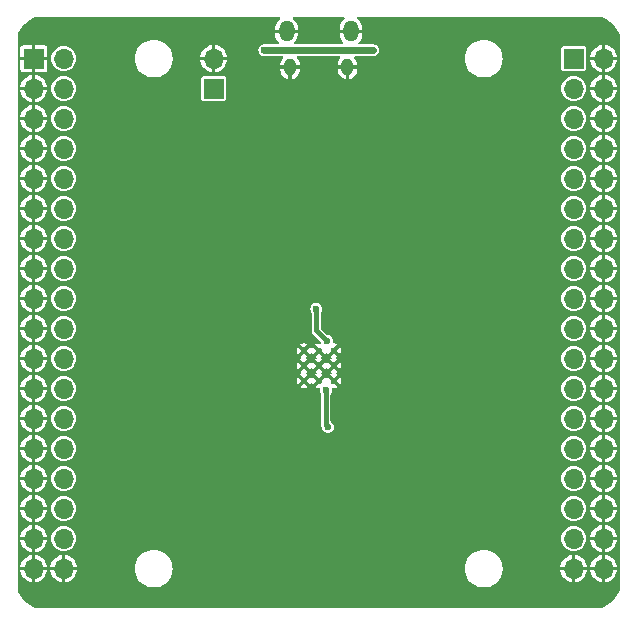
<source format=gbl>
G04 #@! TF.GenerationSoftware,KiCad,Pcbnew,7.0.1-0*
G04 #@! TF.CreationDate,2023-04-02T19:02:11+10:00*
G04 #@! TF.ProjectId,RP2040_minimal,52503230-3430-45f6-9d69-6e696d616c2e,REV1*
G04 #@! TF.SameCoordinates,Original*
G04 #@! TF.FileFunction,Copper,L2,Bot*
G04 #@! TF.FilePolarity,Positive*
%FSLAX46Y46*%
G04 Gerber Fmt 4.6, Leading zero omitted, Abs format (unit mm)*
G04 Created by KiCad (PCBNEW 7.0.1-0) date 2023-04-02 19:02:11*
%MOMM*%
%LPD*%
G01*
G04 APERTURE LIST*
G04 #@! TA.AperFunction,ComponentPad*
%ADD10O,1.300000X1.800000*%
G04 #@! TD*
G04 #@! TA.AperFunction,ComponentPad*
%ADD11O,1.050000X1.450000*%
G04 #@! TD*
G04 #@! TA.AperFunction,ComponentPad*
%ADD12R,1.700000X1.700000*%
G04 #@! TD*
G04 #@! TA.AperFunction,ComponentPad*
%ADD13O,1.700000X1.700000*%
G04 #@! TD*
G04 #@! TA.AperFunction,ComponentPad*
%ADD14C,0.600000*%
G04 #@! TD*
G04 #@! TA.AperFunction,ViaPad*
%ADD15C,0.600000*%
G04 #@! TD*
G04 #@! TA.AperFunction,Conductor*
%ADD16C,0.200000*%
G04 #@! TD*
G04 #@! TA.AperFunction,Conductor*
%ADD17C,0.600000*%
G04 #@! TD*
G04 #@! TA.AperFunction,Conductor*
%ADD18C,0.400000*%
G04 #@! TD*
G04 APERTURE END LIST*
D10*
X102725000Y-71700000D03*
D11*
X102425000Y-74730000D03*
X97575000Y-74730000D03*
D10*
X97275000Y-71700000D03*
D12*
X91110000Y-76540000D03*
D13*
X91110000Y-74000000D03*
D12*
X75870000Y-74000000D03*
D13*
X78410000Y-74000000D03*
X75870000Y-76540000D03*
X78410000Y-76540000D03*
X75870000Y-79080000D03*
X78410000Y-79080000D03*
X75870000Y-81620000D03*
X78410000Y-81620000D03*
X75870000Y-84160000D03*
X78410000Y-84160000D03*
X75870000Y-86700000D03*
X78410000Y-86700000D03*
X75870000Y-89240000D03*
X78410000Y-89240000D03*
X75870000Y-91780000D03*
X78410000Y-91780000D03*
X75870000Y-94320000D03*
X78410000Y-94320000D03*
X75870000Y-96860000D03*
X78410000Y-96860000D03*
X75870000Y-99400000D03*
X78410000Y-99400000D03*
X75870000Y-101940000D03*
X78410000Y-101940000D03*
X75870000Y-104480000D03*
X78410000Y-104480000D03*
X75870000Y-107020000D03*
X78410000Y-107020000D03*
X75870000Y-109560000D03*
X78410000Y-109560000D03*
X75870000Y-112100000D03*
X78410000Y-112100000D03*
X75870000Y-114640000D03*
X78410000Y-114640000D03*
X75870000Y-117180000D03*
X78410000Y-117180000D03*
D12*
X121590000Y-74000000D03*
D13*
X124130000Y-74000000D03*
X121590000Y-76540000D03*
X124130000Y-76540000D03*
X121590000Y-79080000D03*
X124130000Y-79080000D03*
X121590000Y-81620000D03*
X124130000Y-81620000D03*
X121590000Y-84160000D03*
X124130000Y-84160000D03*
X121590000Y-86700000D03*
X124130000Y-86700000D03*
X121590000Y-89240000D03*
X124130000Y-89240000D03*
X121590000Y-91780000D03*
X124130000Y-91780000D03*
X121590000Y-94320000D03*
X124130000Y-94320000D03*
X121590000Y-96860000D03*
X124130000Y-96860000D03*
X121590000Y-99400000D03*
X124130000Y-99400000D03*
X121590000Y-101940000D03*
X124130000Y-101940000D03*
X121590000Y-104480000D03*
X124130000Y-104480000D03*
X121590000Y-107020000D03*
X124130000Y-107020000D03*
X121590000Y-109560000D03*
X124130000Y-109560000D03*
X121590000Y-112100000D03*
X124130000Y-112100000D03*
X121590000Y-114640000D03*
X124130000Y-114640000D03*
X121590000Y-117180000D03*
X124130000Y-117180000D03*
D14*
X98725000Y-98725000D03*
X98725000Y-100000000D03*
X98725000Y-101275000D03*
X100000000Y-98725000D03*
X100000000Y-100000000D03*
X100000000Y-101275000D03*
X101275000Y-98725000D03*
X101275000Y-100000000D03*
X101275000Y-101275000D03*
D15*
X99555500Y-106956500D03*
X97890000Y-112900000D03*
X98790000Y-111400000D03*
X90090000Y-114700000D03*
X90090000Y-111400000D03*
X105490000Y-111400000D03*
X105490000Y-115100000D03*
X111500000Y-89000000D03*
X108000000Y-101305000D03*
X100380994Y-107781990D03*
X101500000Y-107782004D03*
X97079000Y-106829500D03*
X104000000Y-92200000D03*
X95174000Y-109000000D03*
X98700000Y-76000000D03*
X110000000Y-78000000D03*
X90800000Y-89200000D03*
X86190000Y-79400000D03*
X103000000Y-92200000D03*
X100000000Y-91200000D03*
X92000000Y-97000000D03*
X96800000Y-111400000D03*
X108000000Y-95600000D03*
X100762000Y-108988500D03*
X94700000Y-82800000D03*
X92000000Y-101200000D03*
X108000000Y-94600000D03*
X99000000Y-91200008D03*
X95400000Y-73300000D03*
X104600000Y-73300000D03*
X99800000Y-95199994D03*
X100599970Y-102100000D03*
X100800000Y-105200000D03*
X100700000Y-97900000D03*
D16*
X103299999Y-92499999D02*
X103000000Y-92200000D01*
X104000000Y-93000000D02*
X103800000Y-93000000D01*
X103800000Y-93000000D02*
X103299999Y-92499999D01*
D17*
X104600000Y-73300000D02*
X95400000Y-73300000D01*
D18*
X100590000Y-102109970D02*
X100599970Y-102100000D01*
X100800000Y-105200000D02*
X100590000Y-104990000D01*
X100690000Y-97900000D02*
X100700000Y-97900000D01*
X99800000Y-95199994D02*
X99800000Y-97010000D01*
X99800000Y-97010000D02*
X100690000Y-97900000D01*
X100590000Y-104990000D02*
X100590000Y-102109970D01*
G04 #@! TA.AperFunction,Conductor*
G36*
X96706103Y-70512931D02*
G01*
X96742243Y-70548346D01*
X96756163Y-70596993D01*
X96744226Y-70646165D01*
X96709551Y-70683016D01*
X96690498Y-70694891D01*
X96550462Y-70828005D01*
X96440087Y-70986584D01*
X96363891Y-71164140D01*
X96325000Y-71353391D01*
X96325000Y-71549999D01*
X96325001Y-71550000D01*
X98224999Y-71550000D01*
X98225000Y-71549999D01*
X98225000Y-71401823D01*
X98210352Y-71257781D01*
X98152511Y-71073427D01*
X98058747Y-70904498D01*
X97932895Y-70757898D01*
X97828755Y-70677287D01*
X97794526Y-70627438D01*
X97795675Y-70566980D01*
X97831774Y-70518467D01*
X97889354Y-70500000D01*
X102107183Y-70500000D01*
X102156103Y-70512931D01*
X102192243Y-70548346D01*
X102206163Y-70596993D01*
X102194226Y-70646165D01*
X102159551Y-70683016D01*
X102140498Y-70694891D01*
X102000462Y-70828005D01*
X101890087Y-70986584D01*
X101813891Y-71164140D01*
X101775000Y-71353391D01*
X101775000Y-71549999D01*
X101775001Y-71550000D01*
X103674999Y-71550000D01*
X103675000Y-71549999D01*
X103675000Y-71401823D01*
X103660352Y-71257781D01*
X103602511Y-71073427D01*
X103508747Y-70904498D01*
X103382895Y-70757898D01*
X103278755Y-70677287D01*
X103244526Y-70627438D01*
X103245675Y-70566980D01*
X103281774Y-70518467D01*
X103339354Y-70500000D01*
X123987808Y-70500000D01*
X124025694Y-70507536D01*
X124166134Y-70565708D01*
X124176137Y-70570525D01*
X124379674Y-70683016D01*
X124431354Y-70711578D01*
X124440755Y-70717485D01*
X124678575Y-70886228D01*
X124687254Y-70893149D01*
X124699954Y-70904498D01*
X124904697Y-71087467D01*
X124912532Y-71095302D01*
X125006053Y-71199952D01*
X125106850Y-71312745D01*
X125113771Y-71321424D01*
X125282514Y-71559244D01*
X125288421Y-71568645D01*
X125429474Y-71823863D01*
X125434291Y-71833865D01*
X125492464Y-71974306D01*
X125500000Y-72012192D01*
X125500000Y-118987808D01*
X125492464Y-119025694D01*
X125434291Y-119166134D01*
X125429474Y-119176136D01*
X125288421Y-119431354D01*
X125282514Y-119440755D01*
X125113771Y-119678575D01*
X125106850Y-119687254D01*
X124912540Y-119904689D01*
X124904689Y-119912540D01*
X124687254Y-120106850D01*
X124678575Y-120113771D01*
X124440755Y-120282514D01*
X124431354Y-120288421D01*
X124176136Y-120429474D01*
X124166134Y-120434291D01*
X124025694Y-120492464D01*
X123987808Y-120500000D01*
X76012192Y-120500000D01*
X75974306Y-120492464D01*
X75833865Y-120434291D01*
X75823863Y-120429474D01*
X75568645Y-120288421D01*
X75559244Y-120282514D01*
X75321424Y-120113771D01*
X75312745Y-120106850D01*
X75211695Y-120016547D01*
X75095302Y-119912532D01*
X75087467Y-119904697D01*
X74969745Y-119772966D01*
X74893149Y-119687254D01*
X74886228Y-119678575D01*
X74717485Y-119440755D01*
X74711578Y-119431354D01*
X74570525Y-119176136D01*
X74565708Y-119166134D01*
X74507536Y-119025694D01*
X74500000Y-118987808D01*
X74500000Y-117330000D01*
X74728973Y-117330000D01*
X74734738Y-117392216D01*
X74793064Y-117597210D01*
X74888059Y-117787988D01*
X75016500Y-117958069D01*
X75174000Y-118101650D01*
X75355206Y-118213848D01*
X75553941Y-118290839D01*
X75719999Y-118321880D01*
X75720000Y-118321880D01*
X76020000Y-118321880D01*
X76186058Y-118290839D01*
X76384793Y-118213848D01*
X76565999Y-118101650D01*
X76723499Y-117958069D01*
X76851940Y-117787988D01*
X76946935Y-117597210D01*
X77005261Y-117392216D01*
X77011027Y-117330000D01*
X77268973Y-117330000D01*
X77274738Y-117392216D01*
X77333064Y-117597210D01*
X77428059Y-117787988D01*
X77556500Y-117958069D01*
X77714000Y-118101650D01*
X77895206Y-118213848D01*
X78093941Y-118290839D01*
X78259999Y-118321880D01*
X78260000Y-118321880D01*
X78560000Y-118321880D01*
X78726058Y-118290839D01*
X78924793Y-118213848D01*
X79105999Y-118101650D01*
X79263499Y-117958069D01*
X79391940Y-117787988D01*
X79486935Y-117597210D01*
X79545261Y-117392216D01*
X79551027Y-117330000D01*
X78560001Y-117330000D01*
X78560000Y-117330001D01*
X78560000Y-118321880D01*
X78260000Y-118321880D01*
X78260000Y-117330001D01*
X78259999Y-117330000D01*
X77268973Y-117330000D01*
X77011027Y-117330000D01*
X76020001Y-117330000D01*
X76020000Y-117330001D01*
X76020000Y-118321880D01*
X75720000Y-118321880D01*
X75720000Y-117330001D01*
X75719999Y-117330000D01*
X74728973Y-117330000D01*
X74500000Y-117330000D01*
X74500000Y-117179999D01*
X84424551Y-117179999D01*
X84444316Y-117431146D01*
X84503127Y-117676112D01*
X84599535Y-117908862D01*
X84731163Y-118123658D01*
X84894775Y-118315224D01*
X85086341Y-118478836D01*
X85301137Y-118610464D01*
X85301139Y-118610464D01*
X85301141Y-118610466D01*
X85533889Y-118706873D01*
X85778852Y-118765683D01*
X85967118Y-118780500D01*
X86092880Y-118780500D01*
X86092882Y-118780500D01*
X86281148Y-118765683D01*
X86526111Y-118706873D01*
X86758859Y-118610466D01*
X86973659Y-118478836D01*
X87165224Y-118315224D01*
X87328836Y-118123659D01*
X87460466Y-117908859D01*
X87556873Y-117676111D01*
X87615683Y-117431148D01*
X87635449Y-117180000D01*
X87635449Y-117179999D01*
X112364551Y-117179999D01*
X112384316Y-117431146D01*
X112443127Y-117676112D01*
X112539535Y-117908862D01*
X112671163Y-118123658D01*
X112834775Y-118315224D01*
X113026341Y-118478836D01*
X113241137Y-118610464D01*
X113241139Y-118610464D01*
X113241141Y-118610466D01*
X113473889Y-118706873D01*
X113718852Y-118765683D01*
X113907118Y-118780500D01*
X114032880Y-118780500D01*
X114032882Y-118780500D01*
X114221148Y-118765683D01*
X114466111Y-118706873D01*
X114698859Y-118610466D01*
X114913659Y-118478836D01*
X115105224Y-118315224D01*
X115268836Y-118123659D01*
X115400466Y-117908859D01*
X115496873Y-117676111D01*
X115555683Y-117431148D01*
X115563644Y-117330000D01*
X120448973Y-117330000D01*
X120454738Y-117392216D01*
X120513064Y-117597210D01*
X120608059Y-117787988D01*
X120736500Y-117958069D01*
X120894000Y-118101650D01*
X121075206Y-118213848D01*
X121273941Y-118290839D01*
X121439999Y-118321880D01*
X121440000Y-118321880D01*
X121740000Y-118321880D01*
X121906058Y-118290839D01*
X122104793Y-118213848D01*
X122285999Y-118101650D01*
X122443499Y-117958069D01*
X122571940Y-117787988D01*
X122666935Y-117597210D01*
X122725261Y-117392216D01*
X122731027Y-117330000D01*
X122988973Y-117330000D01*
X122994738Y-117392216D01*
X123053064Y-117597210D01*
X123148059Y-117787988D01*
X123276500Y-117958069D01*
X123434000Y-118101650D01*
X123615206Y-118213848D01*
X123813941Y-118290839D01*
X123979999Y-118321880D01*
X123980000Y-118321880D01*
X124280000Y-118321880D01*
X124446058Y-118290839D01*
X124644793Y-118213848D01*
X124825999Y-118101650D01*
X124983499Y-117958069D01*
X125111940Y-117787988D01*
X125206935Y-117597210D01*
X125265261Y-117392216D01*
X125271027Y-117330000D01*
X124280001Y-117330000D01*
X124280000Y-117330001D01*
X124280000Y-118321880D01*
X123980000Y-118321880D01*
X123980000Y-117330001D01*
X123979999Y-117330000D01*
X122988973Y-117330000D01*
X122731027Y-117330000D01*
X121740001Y-117330000D01*
X121740000Y-117330001D01*
X121740000Y-118321880D01*
X121440000Y-118321880D01*
X121440000Y-117330001D01*
X121439999Y-117330000D01*
X120448973Y-117330000D01*
X115563644Y-117330000D01*
X115575449Y-117180000D01*
X115563644Y-117030000D01*
X120448973Y-117030000D01*
X121439999Y-117030000D01*
X121440000Y-117029999D01*
X121440000Y-116038120D01*
X121439999Y-116038119D01*
X121740000Y-116038119D01*
X121740000Y-117029999D01*
X121740001Y-117030000D01*
X122731026Y-117030000D01*
X122988973Y-117030000D01*
X123979999Y-117030000D01*
X123980000Y-117029999D01*
X123980000Y-116038120D01*
X123979999Y-116038119D01*
X124280000Y-116038119D01*
X124280000Y-117029999D01*
X124280001Y-117030000D01*
X125271026Y-117030000D01*
X125265261Y-116967783D01*
X125206935Y-116762789D01*
X125111940Y-116572011D01*
X124983499Y-116401930D01*
X124825999Y-116258349D01*
X124644793Y-116146151D01*
X124446058Y-116069160D01*
X124280000Y-116038119D01*
X123979999Y-116038119D01*
X123813941Y-116069160D01*
X123615206Y-116146151D01*
X123434000Y-116258349D01*
X123276500Y-116401930D01*
X123148059Y-116572011D01*
X123053064Y-116762789D01*
X122994738Y-116967783D01*
X122988973Y-117030000D01*
X122731026Y-117030000D01*
X122725261Y-116967783D01*
X122666935Y-116762789D01*
X122571940Y-116572011D01*
X122443499Y-116401930D01*
X122285999Y-116258349D01*
X122104793Y-116146151D01*
X121906058Y-116069160D01*
X121740000Y-116038119D01*
X121439999Y-116038119D01*
X121273941Y-116069160D01*
X121075206Y-116146151D01*
X120894000Y-116258349D01*
X120736500Y-116401930D01*
X120608059Y-116572011D01*
X120513064Y-116762789D01*
X120454738Y-116967783D01*
X120448973Y-117030000D01*
X115563644Y-117030000D01*
X115555683Y-116928852D01*
X115496873Y-116683889D01*
X115400466Y-116451141D01*
X115370309Y-116401930D01*
X115268836Y-116236341D01*
X115105224Y-116044775D01*
X114913658Y-115881163D01*
X114698862Y-115749535D01*
X114466112Y-115653127D01*
X114221146Y-115594316D01*
X114062513Y-115581832D01*
X114032882Y-115579500D01*
X113907118Y-115579500D01*
X113879647Y-115581661D01*
X113718853Y-115594316D01*
X113473887Y-115653127D01*
X113241137Y-115749535D01*
X113026341Y-115881163D01*
X112834775Y-116044775D01*
X112671163Y-116236341D01*
X112539535Y-116451137D01*
X112443127Y-116683887D01*
X112384316Y-116928853D01*
X112364551Y-117179999D01*
X87635449Y-117179999D01*
X87615683Y-116928852D01*
X87556873Y-116683889D01*
X87460466Y-116451141D01*
X87430309Y-116401930D01*
X87328836Y-116236341D01*
X87165224Y-116044775D01*
X86973658Y-115881163D01*
X86758862Y-115749535D01*
X86526112Y-115653127D01*
X86281146Y-115594316D01*
X86122513Y-115581832D01*
X86092882Y-115579500D01*
X85967118Y-115579500D01*
X85939647Y-115581661D01*
X85778853Y-115594316D01*
X85533887Y-115653127D01*
X85301137Y-115749535D01*
X85086341Y-115881163D01*
X84894775Y-116044775D01*
X84731163Y-116236341D01*
X84599535Y-116451137D01*
X84503127Y-116683887D01*
X84444316Y-116928853D01*
X84424551Y-117179999D01*
X74500000Y-117179999D01*
X74500000Y-117030000D01*
X74728973Y-117030000D01*
X75719999Y-117030000D01*
X75720000Y-117029999D01*
X75720000Y-116038120D01*
X75719999Y-116038119D01*
X76020000Y-116038119D01*
X76020000Y-117029999D01*
X76020001Y-117030000D01*
X77011026Y-117030000D01*
X77268973Y-117030000D01*
X78259999Y-117030000D01*
X78260000Y-117029999D01*
X78260000Y-116038120D01*
X78259999Y-116038119D01*
X78560000Y-116038119D01*
X78560000Y-117029999D01*
X78560001Y-117030000D01*
X79551026Y-117030000D01*
X79545261Y-116967783D01*
X79486935Y-116762789D01*
X79391940Y-116572011D01*
X79263499Y-116401930D01*
X79105999Y-116258349D01*
X78924793Y-116146151D01*
X78726058Y-116069160D01*
X78560000Y-116038119D01*
X78259999Y-116038119D01*
X78093941Y-116069160D01*
X77895206Y-116146151D01*
X77714000Y-116258349D01*
X77556500Y-116401930D01*
X77428059Y-116572011D01*
X77333064Y-116762789D01*
X77274738Y-116967783D01*
X77268973Y-117030000D01*
X77011026Y-117030000D01*
X77005261Y-116967783D01*
X76946935Y-116762789D01*
X76851940Y-116572011D01*
X76723499Y-116401930D01*
X76565999Y-116258349D01*
X76384793Y-116146151D01*
X76186058Y-116069160D01*
X76020000Y-116038119D01*
X75719999Y-116038119D01*
X75553941Y-116069160D01*
X75355206Y-116146151D01*
X75174000Y-116258349D01*
X75016500Y-116401930D01*
X74888059Y-116572011D01*
X74793064Y-116762789D01*
X74734738Y-116967783D01*
X74728973Y-117030000D01*
X74500000Y-117030000D01*
X74500000Y-114790000D01*
X74728973Y-114790000D01*
X74734738Y-114852216D01*
X74793064Y-115057210D01*
X74888059Y-115247988D01*
X75016500Y-115418069D01*
X75174000Y-115561650D01*
X75355206Y-115673848D01*
X75553941Y-115750839D01*
X75719999Y-115781880D01*
X75720000Y-115781880D01*
X76020000Y-115781880D01*
X76186058Y-115750839D01*
X76384793Y-115673848D01*
X76565999Y-115561650D01*
X76723499Y-115418069D01*
X76851940Y-115247988D01*
X76946935Y-115057210D01*
X77005261Y-114852216D01*
X77011027Y-114790000D01*
X76020001Y-114790000D01*
X76020000Y-114790001D01*
X76020000Y-115781880D01*
X75720000Y-115781880D01*
X75720000Y-114790001D01*
X75719999Y-114790000D01*
X74728973Y-114790000D01*
X74500000Y-114790000D01*
X74500000Y-114640000D01*
X77354416Y-114640000D01*
X77374699Y-114845933D01*
X77434767Y-115043952D01*
X77434768Y-115043954D01*
X77532315Y-115226450D01*
X77663590Y-115386410D01*
X77823550Y-115517685D01*
X78006046Y-115615232D01*
X78204066Y-115675300D01*
X78410000Y-115695583D01*
X78615934Y-115675300D01*
X78813954Y-115615232D01*
X78996450Y-115517685D01*
X79156410Y-115386410D01*
X79287685Y-115226450D01*
X79385232Y-115043954D01*
X79445300Y-114845934D01*
X79465583Y-114640000D01*
X120534416Y-114640000D01*
X120554699Y-114845933D01*
X120614767Y-115043952D01*
X120614768Y-115043954D01*
X120712315Y-115226450D01*
X120843590Y-115386410D01*
X121003550Y-115517685D01*
X121186046Y-115615232D01*
X121384066Y-115675300D01*
X121590000Y-115695583D01*
X121795934Y-115675300D01*
X121993954Y-115615232D01*
X122176450Y-115517685D01*
X122336410Y-115386410D01*
X122467685Y-115226450D01*
X122565232Y-115043954D01*
X122625300Y-114845934D01*
X122630809Y-114790000D01*
X122988973Y-114790000D01*
X122994738Y-114852216D01*
X123053064Y-115057210D01*
X123148059Y-115247988D01*
X123276500Y-115418069D01*
X123434000Y-115561650D01*
X123615206Y-115673848D01*
X123813941Y-115750839D01*
X123979999Y-115781880D01*
X123980000Y-115781880D01*
X124280000Y-115781880D01*
X124446058Y-115750839D01*
X124644793Y-115673848D01*
X124825999Y-115561650D01*
X124983499Y-115418069D01*
X125111940Y-115247988D01*
X125206935Y-115057210D01*
X125265261Y-114852216D01*
X125271027Y-114790000D01*
X124280001Y-114790000D01*
X124280000Y-114790001D01*
X124280000Y-115781880D01*
X123980000Y-115781880D01*
X123980000Y-114790001D01*
X123979999Y-114790000D01*
X122988973Y-114790000D01*
X122630809Y-114790000D01*
X122645583Y-114640000D01*
X122630809Y-114490000D01*
X122988973Y-114490000D01*
X123979999Y-114490000D01*
X123980000Y-114489999D01*
X123980000Y-113498120D01*
X123979999Y-113498119D01*
X124280000Y-113498119D01*
X124280000Y-114489999D01*
X124280001Y-114490000D01*
X125271026Y-114490000D01*
X125265261Y-114427783D01*
X125206935Y-114222789D01*
X125111940Y-114032011D01*
X124983499Y-113861930D01*
X124825999Y-113718349D01*
X124644793Y-113606151D01*
X124446058Y-113529160D01*
X124280000Y-113498119D01*
X123979999Y-113498119D01*
X123813941Y-113529160D01*
X123615206Y-113606151D01*
X123434000Y-113718349D01*
X123276500Y-113861930D01*
X123148059Y-114032011D01*
X123053064Y-114222789D01*
X122994738Y-114427783D01*
X122988973Y-114490000D01*
X122630809Y-114490000D01*
X122625300Y-114434066D01*
X122565232Y-114236046D01*
X122467685Y-114053550D01*
X122336410Y-113893590D01*
X122176450Y-113762315D01*
X121993954Y-113664768D01*
X121993953Y-113664767D01*
X121993952Y-113664767D01*
X121795933Y-113604699D01*
X121590000Y-113584416D01*
X121384066Y-113604699D01*
X121186047Y-113664767D01*
X121003549Y-113762315D01*
X120843590Y-113893590D01*
X120712315Y-114053549D01*
X120614767Y-114236047D01*
X120554699Y-114434066D01*
X120534416Y-114640000D01*
X79465583Y-114640000D01*
X79445300Y-114434066D01*
X79385232Y-114236046D01*
X79287685Y-114053550D01*
X79156410Y-113893590D01*
X78996450Y-113762315D01*
X78813954Y-113664768D01*
X78813953Y-113664767D01*
X78813952Y-113664767D01*
X78615933Y-113604699D01*
X78410000Y-113584416D01*
X78204066Y-113604699D01*
X78006047Y-113664767D01*
X77823549Y-113762315D01*
X77663590Y-113893590D01*
X77532315Y-114053549D01*
X77434767Y-114236047D01*
X77374699Y-114434066D01*
X77354416Y-114640000D01*
X74500000Y-114640000D01*
X74500000Y-114490000D01*
X74728973Y-114490000D01*
X75719999Y-114490000D01*
X75720000Y-114489999D01*
X75720000Y-113498120D01*
X75719999Y-113498119D01*
X76020000Y-113498119D01*
X76020000Y-114489999D01*
X76020001Y-114490000D01*
X77011026Y-114490000D01*
X77005261Y-114427783D01*
X76946935Y-114222789D01*
X76851940Y-114032011D01*
X76723499Y-113861930D01*
X76565999Y-113718349D01*
X76384793Y-113606151D01*
X76186058Y-113529160D01*
X76020000Y-113498119D01*
X75719999Y-113498119D01*
X75553941Y-113529160D01*
X75355206Y-113606151D01*
X75174000Y-113718349D01*
X75016500Y-113861930D01*
X74888059Y-114032011D01*
X74793064Y-114222789D01*
X74734738Y-114427783D01*
X74728973Y-114490000D01*
X74500000Y-114490000D01*
X74500000Y-112250000D01*
X74728973Y-112250000D01*
X74734738Y-112312216D01*
X74793064Y-112517210D01*
X74888059Y-112707988D01*
X75016500Y-112878069D01*
X75174000Y-113021650D01*
X75355206Y-113133848D01*
X75553941Y-113210839D01*
X75719999Y-113241880D01*
X75720000Y-113241880D01*
X76020000Y-113241880D01*
X76186058Y-113210839D01*
X76384793Y-113133848D01*
X76565999Y-113021650D01*
X76723499Y-112878069D01*
X76851940Y-112707988D01*
X76946935Y-112517210D01*
X77005261Y-112312216D01*
X77011027Y-112250000D01*
X76020001Y-112250000D01*
X76020000Y-112250001D01*
X76020000Y-113241880D01*
X75720000Y-113241880D01*
X75720000Y-112250001D01*
X75719999Y-112250000D01*
X74728973Y-112250000D01*
X74500000Y-112250000D01*
X74500000Y-112100000D01*
X77354416Y-112100000D01*
X77374699Y-112305933D01*
X77434767Y-112503952D01*
X77434768Y-112503954D01*
X77532315Y-112686450D01*
X77663590Y-112846410D01*
X77823550Y-112977685D01*
X78006046Y-113075232D01*
X78204066Y-113135300D01*
X78410000Y-113155583D01*
X78615934Y-113135300D01*
X78813954Y-113075232D01*
X78996450Y-112977685D01*
X79156410Y-112846410D01*
X79287685Y-112686450D01*
X79385232Y-112503954D01*
X79445300Y-112305934D01*
X79465583Y-112100000D01*
X120534416Y-112100000D01*
X120554699Y-112305933D01*
X120614767Y-112503952D01*
X120614768Y-112503954D01*
X120712315Y-112686450D01*
X120843590Y-112846410D01*
X121003550Y-112977685D01*
X121186046Y-113075232D01*
X121384066Y-113135300D01*
X121590000Y-113155583D01*
X121795934Y-113135300D01*
X121993954Y-113075232D01*
X122176450Y-112977685D01*
X122336410Y-112846410D01*
X122467685Y-112686450D01*
X122565232Y-112503954D01*
X122625300Y-112305934D01*
X122630809Y-112250000D01*
X122988973Y-112250000D01*
X122994738Y-112312216D01*
X123053064Y-112517210D01*
X123148059Y-112707988D01*
X123276500Y-112878069D01*
X123434000Y-113021650D01*
X123615206Y-113133848D01*
X123813941Y-113210839D01*
X123979999Y-113241880D01*
X123980000Y-113241880D01*
X124280000Y-113241880D01*
X124446058Y-113210839D01*
X124644793Y-113133848D01*
X124825999Y-113021650D01*
X124983499Y-112878069D01*
X125111940Y-112707988D01*
X125206935Y-112517210D01*
X125265261Y-112312216D01*
X125271027Y-112250000D01*
X124280001Y-112250000D01*
X124280000Y-112250001D01*
X124280000Y-113241880D01*
X123980000Y-113241880D01*
X123980000Y-112250001D01*
X123979999Y-112250000D01*
X122988973Y-112250000D01*
X122630809Y-112250000D01*
X122645583Y-112100000D01*
X122630809Y-111950000D01*
X122988973Y-111950000D01*
X123979999Y-111950000D01*
X123980000Y-111949999D01*
X123980000Y-110958120D01*
X123979999Y-110958119D01*
X124280000Y-110958119D01*
X124280000Y-111949999D01*
X124280001Y-111950000D01*
X125271026Y-111950000D01*
X125265261Y-111887783D01*
X125206935Y-111682789D01*
X125111940Y-111492011D01*
X124983499Y-111321930D01*
X124825999Y-111178349D01*
X124644793Y-111066151D01*
X124446058Y-110989160D01*
X124280000Y-110958119D01*
X123979999Y-110958119D01*
X123813941Y-110989160D01*
X123615206Y-111066151D01*
X123434000Y-111178349D01*
X123276500Y-111321930D01*
X123148059Y-111492011D01*
X123053064Y-111682789D01*
X122994738Y-111887783D01*
X122988973Y-111950000D01*
X122630809Y-111950000D01*
X122625300Y-111894066D01*
X122565232Y-111696046D01*
X122467685Y-111513550D01*
X122336410Y-111353590D01*
X122176450Y-111222315D01*
X121993954Y-111124768D01*
X121993953Y-111124767D01*
X121993952Y-111124767D01*
X121795933Y-111064699D01*
X121590000Y-111044416D01*
X121384066Y-111064699D01*
X121186047Y-111124767D01*
X121003549Y-111222315D01*
X120843590Y-111353590D01*
X120712315Y-111513549D01*
X120614767Y-111696047D01*
X120554699Y-111894066D01*
X120534416Y-112100000D01*
X79465583Y-112100000D01*
X79445300Y-111894066D01*
X79385232Y-111696046D01*
X79287685Y-111513550D01*
X79156410Y-111353590D01*
X78996450Y-111222315D01*
X78813954Y-111124768D01*
X78813953Y-111124767D01*
X78813952Y-111124767D01*
X78615933Y-111064699D01*
X78410000Y-111044416D01*
X78204066Y-111064699D01*
X78006047Y-111124767D01*
X77823549Y-111222315D01*
X77663590Y-111353590D01*
X77532315Y-111513549D01*
X77434767Y-111696047D01*
X77374699Y-111894066D01*
X77354416Y-112100000D01*
X74500000Y-112100000D01*
X74500000Y-111950000D01*
X74728973Y-111950000D01*
X75719999Y-111950000D01*
X75720000Y-111949999D01*
X75720000Y-110958120D01*
X75719999Y-110958119D01*
X76020000Y-110958119D01*
X76020000Y-111949999D01*
X76020001Y-111950000D01*
X77011026Y-111950000D01*
X77005261Y-111887783D01*
X76946935Y-111682789D01*
X76851940Y-111492011D01*
X76723499Y-111321930D01*
X76565999Y-111178349D01*
X76384793Y-111066151D01*
X76186058Y-110989160D01*
X76020000Y-110958119D01*
X75719999Y-110958119D01*
X75553941Y-110989160D01*
X75355206Y-111066151D01*
X75174000Y-111178349D01*
X75016500Y-111321930D01*
X74888059Y-111492011D01*
X74793064Y-111682789D01*
X74734738Y-111887783D01*
X74728973Y-111950000D01*
X74500000Y-111950000D01*
X74500000Y-109710000D01*
X74728973Y-109710000D01*
X74734738Y-109772216D01*
X74793064Y-109977210D01*
X74888059Y-110167988D01*
X75016500Y-110338069D01*
X75174000Y-110481650D01*
X75355206Y-110593848D01*
X75553941Y-110670839D01*
X75719999Y-110701880D01*
X75720000Y-110701880D01*
X76020000Y-110701880D01*
X76186058Y-110670839D01*
X76384793Y-110593848D01*
X76565999Y-110481650D01*
X76723499Y-110338069D01*
X76851940Y-110167988D01*
X76946935Y-109977210D01*
X77005261Y-109772216D01*
X77011027Y-109710000D01*
X76020001Y-109710000D01*
X76020000Y-109710001D01*
X76020000Y-110701880D01*
X75720000Y-110701880D01*
X75720000Y-109710001D01*
X75719999Y-109710000D01*
X74728973Y-109710000D01*
X74500000Y-109710000D01*
X74500000Y-109560000D01*
X77354416Y-109560000D01*
X77374699Y-109765933D01*
X77434767Y-109963952D01*
X77434768Y-109963954D01*
X77532315Y-110146450D01*
X77663590Y-110306410D01*
X77823550Y-110437685D01*
X78006046Y-110535232D01*
X78204066Y-110595300D01*
X78410000Y-110615583D01*
X78615934Y-110595300D01*
X78813954Y-110535232D01*
X78996450Y-110437685D01*
X79156410Y-110306410D01*
X79287685Y-110146450D01*
X79385232Y-109963954D01*
X79445300Y-109765934D01*
X79465583Y-109560000D01*
X120534416Y-109560000D01*
X120554699Y-109765933D01*
X120614767Y-109963952D01*
X120614768Y-109963954D01*
X120712315Y-110146450D01*
X120843590Y-110306410D01*
X121003550Y-110437685D01*
X121186046Y-110535232D01*
X121384066Y-110595300D01*
X121590000Y-110615583D01*
X121795934Y-110595300D01*
X121993954Y-110535232D01*
X122176450Y-110437685D01*
X122336410Y-110306410D01*
X122467685Y-110146450D01*
X122565232Y-109963954D01*
X122625300Y-109765934D01*
X122630809Y-109710000D01*
X122988973Y-109710000D01*
X122994738Y-109772216D01*
X123053064Y-109977210D01*
X123148059Y-110167988D01*
X123276500Y-110338069D01*
X123434000Y-110481650D01*
X123615206Y-110593848D01*
X123813941Y-110670839D01*
X123979999Y-110701880D01*
X123980000Y-110701880D01*
X124280000Y-110701880D01*
X124446058Y-110670839D01*
X124644793Y-110593848D01*
X124825999Y-110481650D01*
X124983499Y-110338069D01*
X125111940Y-110167988D01*
X125206935Y-109977210D01*
X125265261Y-109772216D01*
X125271027Y-109710000D01*
X124280001Y-109710000D01*
X124280000Y-109710001D01*
X124280000Y-110701880D01*
X123980000Y-110701880D01*
X123980000Y-109710001D01*
X123979999Y-109710000D01*
X122988973Y-109710000D01*
X122630809Y-109710000D01*
X122645583Y-109560000D01*
X122630809Y-109410000D01*
X122988973Y-109410000D01*
X123979999Y-109410000D01*
X123980000Y-109409999D01*
X123980000Y-108418120D01*
X123979999Y-108418119D01*
X124280000Y-108418119D01*
X124280000Y-109409999D01*
X124280001Y-109410000D01*
X125271026Y-109410000D01*
X125265261Y-109347783D01*
X125206935Y-109142789D01*
X125111940Y-108952011D01*
X124983499Y-108781930D01*
X124825999Y-108638349D01*
X124644793Y-108526151D01*
X124446058Y-108449160D01*
X124280000Y-108418119D01*
X123979999Y-108418119D01*
X123813941Y-108449160D01*
X123615206Y-108526151D01*
X123434000Y-108638349D01*
X123276500Y-108781930D01*
X123148059Y-108952011D01*
X123053064Y-109142789D01*
X122994738Y-109347783D01*
X122988973Y-109410000D01*
X122630809Y-109410000D01*
X122625300Y-109354066D01*
X122565232Y-109156046D01*
X122467685Y-108973550D01*
X122336410Y-108813590D01*
X122176450Y-108682315D01*
X121993954Y-108584768D01*
X121993953Y-108584767D01*
X121993952Y-108584767D01*
X121795933Y-108524699D01*
X121590000Y-108504416D01*
X121384066Y-108524699D01*
X121186047Y-108584767D01*
X121003549Y-108682315D01*
X120843590Y-108813590D01*
X120712315Y-108973549D01*
X120614767Y-109156047D01*
X120554699Y-109354066D01*
X120534416Y-109560000D01*
X79465583Y-109560000D01*
X79445300Y-109354066D01*
X79385232Y-109156046D01*
X79287685Y-108973550D01*
X79156410Y-108813590D01*
X78996450Y-108682315D01*
X78813954Y-108584768D01*
X78813953Y-108584767D01*
X78813952Y-108584767D01*
X78615933Y-108524699D01*
X78410000Y-108504416D01*
X78204066Y-108524699D01*
X78006047Y-108584767D01*
X77823549Y-108682315D01*
X77663590Y-108813590D01*
X77532315Y-108973549D01*
X77434767Y-109156047D01*
X77374699Y-109354066D01*
X77354416Y-109560000D01*
X74500000Y-109560000D01*
X74500000Y-109410000D01*
X74728973Y-109410000D01*
X75719999Y-109410000D01*
X75720000Y-109409999D01*
X75720000Y-108418120D01*
X75719999Y-108418119D01*
X76020000Y-108418119D01*
X76020000Y-109409999D01*
X76020001Y-109410000D01*
X77011026Y-109410000D01*
X77005261Y-109347783D01*
X76946935Y-109142789D01*
X76851940Y-108952011D01*
X76723499Y-108781930D01*
X76565999Y-108638349D01*
X76384793Y-108526151D01*
X76186058Y-108449160D01*
X76020000Y-108418119D01*
X75719999Y-108418119D01*
X75553941Y-108449160D01*
X75355206Y-108526151D01*
X75174000Y-108638349D01*
X75016500Y-108781930D01*
X74888059Y-108952011D01*
X74793064Y-109142789D01*
X74734738Y-109347783D01*
X74728973Y-109410000D01*
X74500000Y-109410000D01*
X74500000Y-107170000D01*
X74728973Y-107170000D01*
X74734738Y-107232216D01*
X74793064Y-107437210D01*
X74888059Y-107627988D01*
X75016500Y-107798069D01*
X75174000Y-107941650D01*
X75355206Y-108053848D01*
X75553941Y-108130839D01*
X75719999Y-108161880D01*
X75720000Y-108161880D01*
X76020000Y-108161880D01*
X76186058Y-108130839D01*
X76384793Y-108053848D01*
X76565999Y-107941650D01*
X76723499Y-107798069D01*
X76851940Y-107627988D01*
X76946935Y-107437210D01*
X77005261Y-107232216D01*
X77011027Y-107170000D01*
X76020001Y-107170000D01*
X76020000Y-107170001D01*
X76020000Y-108161880D01*
X75720000Y-108161880D01*
X75720000Y-107170001D01*
X75719999Y-107170000D01*
X74728973Y-107170000D01*
X74500000Y-107170000D01*
X74500000Y-107020000D01*
X77354416Y-107020000D01*
X77374699Y-107225933D01*
X77434767Y-107423952D01*
X77434768Y-107423954D01*
X77532315Y-107606450D01*
X77663590Y-107766410D01*
X77823550Y-107897685D01*
X78006046Y-107995232D01*
X78204066Y-108055300D01*
X78410000Y-108075583D01*
X78615934Y-108055300D01*
X78813954Y-107995232D01*
X78996450Y-107897685D01*
X79156410Y-107766410D01*
X79287685Y-107606450D01*
X79385232Y-107423954D01*
X79445300Y-107225934D01*
X79465583Y-107020000D01*
X120534416Y-107020000D01*
X120554699Y-107225933D01*
X120614767Y-107423952D01*
X120614768Y-107423954D01*
X120712315Y-107606450D01*
X120843590Y-107766410D01*
X121003550Y-107897685D01*
X121186046Y-107995232D01*
X121384066Y-108055300D01*
X121590000Y-108075583D01*
X121795934Y-108055300D01*
X121993954Y-107995232D01*
X122176450Y-107897685D01*
X122336410Y-107766410D01*
X122467685Y-107606450D01*
X122565232Y-107423954D01*
X122625300Y-107225934D01*
X122630809Y-107170000D01*
X122988973Y-107170000D01*
X122994738Y-107232216D01*
X123053064Y-107437210D01*
X123148059Y-107627988D01*
X123276500Y-107798069D01*
X123434000Y-107941650D01*
X123615206Y-108053848D01*
X123813941Y-108130839D01*
X123979999Y-108161880D01*
X123980000Y-108161880D01*
X124280000Y-108161880D01*
X124446058Y-108130839D01*
X124644793Y-108053848D01*
X124825999Y-107941650D01*
X124983499Y-107798069D01*
X125111940Y-107627988D01*
X125206935Y-107437210D01*
X125265261Y-107232216D01*
X125271027Y-107170000D01*
X124280001Y-107170000D01*
X124280000Y-107170001D01*
X124280000Y-108161880D01*
X123980000Y-108161880D01*
X123980000Y-107170001D01*
X123979999Y-107170000D01*
X122988973Y-107170000D01*
X122630809Y-107170000D01*
X122645583Y-107020000D01*
X122630809Y-106870000D01*
X122988973Y-106870000D01*
X123979999Y-106870000D01*
X123980000Y-106869999D01*
X123980000Y-105878120D01*
X123979999Y-105878119D01*
X124280000Y-105878119D01*
X124280000Y-106869999D01*
X124280001Y-106870000D01*
X125271026Y-106870000D01*
X125265261Y-106807783D01*
X125206935Y-106602789D01*
X125111940Y-106412011D01*
X124983499Y-106241930D01*
X124825999Y-106098349D01*
X124644793Y-105986151D01*
X124446058Y-105909160D01*
X124280000Y-105878119D01*
X123979999Y-105878119D01*
X123813941Y-105909160D01*
X123615206Y-105986151D01*
X123434000Y-106098349D01*
X123276500Y-106241930D01*
X123148059Y-106412011D01*
X123053064Y-106602789D01*
X122994738Y-106807783D01*
X122988973Y-106870000D01*
X122630809Y-106870000D01*
X122625300Y-106814066D01*
X122565232Y-106616046D01*
X122467685Y-106433550D01*
X122336410Y-106273590D01*
X122176450Y-106142315D01*
X121993954Y-106044768D01*
X121993953Y-106044767D01*
X121993952Y-106044767D01*
X121795933Y-105984699D01*
X121590000Y-105964416D01*
X121384066Y-105984699D01*
X121186047Y-106044767D01*
X121003549Y-106142315D01*
X120843590Y-106273590D01*
X120712315Y-106433549D01*
X120614767Y-106616047D01*
X120554699Y-106814066D01*
X120534416Y-107020000D01*
X79465583Y-107020000D01*
X79445300Y-106814066D01*
X79385232Y-106616046D01*
X79287685Y-106433550D01*
X79156410Y-106273590D01*
X78996450Y-106142315D01*
X78813954Y-106044768D01*
X78813953Y-106044767D01*
X78813952Y-106044767D01*
X78615933Y-105984699D01*
X78410000Y-105964416D01*
X78204066Y-105984699D01*
X78006047Y-106044767D01*
X77823549Y-106142315D01*
X77663590Y-106273590D01*
X77532315Y-106433549D01*
X77434767Y-106616047D01*
X77374699Y-106814066D01*
X77354416Y-107020000D01*
X74500000Y-107020000D01*
X74500000Y-106870000D01*
X74728973Y-106870000D01*
X75719999Y-106870000D01*
X75720000Y-106869999D01*
X75720000Y-105878120D01*
X75719999Y-105878119D01*
X76020000Y-105878119D01*
X76020000Y-106869999D01*
X76020001Y-106870000D01*
X77011026Y-106870000D01*
X77005261Y-106807783D01*
X76946935Y-106602789D01*
X76851940Y-106412011D01*
X76723499Y-106241930D01*
X76565999Y-106098349D01*
X76384793Y-105986151D01*
X76186058Y-105909160D01*
X76020000Y-105878119D01*
X75719999Y-105878119D01*
X75553941Y-105909160D01*
X75355206Y-105986151D01*
X75174000Y-106098349D01*
X75016500Y-106241930D01*
X74888059Y-106412011D01*
X74793064Y-106602789D01*
X74734738Y-106807783D01*
X74728973Y-106870000D01*
X74500000Y-106870000D01*
X74500000Y-104630000D01*
X74728973Y-104630000D01*
X74734738Y-104692216D01*
X74793064Y-104897210D01*
X74888059Y-105087988D01*
X75016500Y-105258069D01*
X75174000Y-105401650D01*
X75355206Y-105513848D01*
X75553941Y-105590839D01*
X75719999Y-105621880D01*
X75720000Y-105621880D01*
X76020000Y-105621880D01*
X76186058Y-105590839D01*
X76384793Y-105513848D01*
X76565999Y-105401650D01*
X76723499Y-105258069D01*
X76851940Y-105087988D01*
X76946935Y-104897210D01*
X77005261Y-104692216D01*
X77011027Y-104630000D01*
X76020001Y-104630000D01*
X76020000Y-104630001D01*
X76020000Y-105621880D01*
X75720000Y-105621880D01*
X75720000Y-104630001D01*
X75719999Y-104630000D01*
X74728973Y-104630000D01*
X74500000Y-104630000D01*
X74500000Y-104480000D01*
X77354416Y-104480000D01*
X77374699Y-104685933D01*
X77434767Y-104883952D01*
X77434768Y-104883954D01*
X77532315Y-105066450D01*
X77663590Y-105226410D01*
X77823550Y-105357685D01*
X78006046Y-105455232D01*
X78204066Y-105515300D01*
X78410000Y-105535583D01*
X78615934Y-105515300D01*
X78813954Y-105455232D01*
X78996450Y-105357685D01*
X79156410Y-105226410D01*
X79287685Y-105066450D01*
X79385232Y-104883954D01*
X79445300Y-104685934D01*
X79465583Y-104480000D01*
X79445300Y-104274066D01*
X79385232Y-104076046D01*
X79287685Y-103893550D01*
X79156410Y-103733590D01*
X78996450Y-103602315D01*
X78813954Y-103504768D01*
X78813953Y-103504767D01*
X78813952Y-103504767D01*
X78615933Y-103444699D01*
X78410000Y-103424416D01*
X78204066Y-103444699D01*
X78006047Y-103504767D01*
X77823549Y-103602315D01*
X77663590Y-103733590D01*
X77532315Y-103893549D01*
X77434767Y-104076047D01*
X77374699Y-104274066D01*
X77354416Y-104480000D01*
X74500000Y-104480000D01*
X74500000Y-104330000D01*
X74728973Y-104330000D01*
X75719999Y-104330000D01*
X75720000Y-104329999D01*
X75720000Y-103338120D01*
X75719999Y-103338119D01*
X76020000Y-103338119D01*
X76020000Y-104329999D01*
X76020001Y-104330000D01*
X77011026Y-104330000D01*
X77005261Y-104267783D01*
X76946935Y-104062789D01*
X76851940Y-103872011D01*
X76723499Y-103701930D01*
X76565999Y-103558349D01*
X76384793Y-103446151D01*
X76186058Y-103369160D01*
X76020000Y-103338119D01*
X75719999Y-103338119D01*
X75553941Y-103369160D01*
X75355206Y-103446151D01*
X75174000Y-103558349D01*
X75016500Y-103701930D01*
X74888059Y-103872011D01*
X74793064Y-104062789D01*
X74734738Y-104267783D01*
X74728973Y-104330000D01*
X74500000Y-104330000D01*
X74500000Y-102090000D01*
X74728973Y-102090000D01*
X74734738Y-102152216D01*
X74793064Y-102357210D01*
X74888059Y-102547988D01*
X75016500Y-102718069D01*
X75174000Y-102861650D01*
X75355206Y-102973848D01*
X75553941Y-103050839D01*
X75719999Y-103081880D01*
X75720000Y-103081880D01*
X76020000Y-103081880D01*
X76186058Y-103050839D01*
X76384793Y-102973848D01*
X76565999Y-102861650D01*
X76723499Y-102718069D01*
X76851940Y-102547988D01*
X76946935Y-102357210D01*
X77005261Y-102152216D01*
X77011027Y-102090000D01*
X76020001Y-102090000D01*
X76020000Y-102090001D01*
X76020000Y-103081880D01*
X75720000Y-103081880D01*
X75720000Y-102090001D01*
X75719999Y-102090000D01*
X74728973Y-102090000D01*
X74500000Y-102090000D01*
X74500000Y-101940000D01*
X77354416Y-101940000D01*
X77374699Y-102145933D01*
X77434767Y-102343952D01*
X77434768Y-102343954D01*
X77532315Y-102526450D01*
X77663590Y-102686410D01*
X77823550Y-102817685D01*
X78006046Y-102915232D01*
X78199279Y-102973848D01*
X78204066Y-102975300D01*
X78409999Y-102995583D01*
X78409999Y-102995582D01*
X78410000Y-102995583D01*
X78615934Y-102975300D01*
X78813954Y-102915232D01*
X78996450Y-102817685D01*
X79156410Y-102686410D01*
X79287685Y-102526450D01*
X79385232Y-102343954D01*
X79445300Y-102145934D01*
X79465583Y-101940000D01*
X79451304Y-101795027D01*
X98417103Y-101795027D01*
X98417104Y-101795028D01*
X98422409Y-101799098D01*
X98568367Y-101859556D01*
X98725000Y-101880176D01*
X98881632Y-101859556D01*
X99027589Y-101799099D01*
X99032894Y-101795027D01*
X99692103Y-101795027D01*
X99692104Y-101795028D01*
X99697409Y-101799098D01*
X99843367Y-101859556D01*
X100012922Y-101881878D01*
X100012798Y-101882815D01*
X100057834Y-101890846D01*
X100099949Y-101933463D01*
X100109768Y-101992568D01*
X100094322Y-102099999D01*
X100114804Y-102242457D01*
X100180505Y-102386320D01*
X100179608Y-102386729D01*
X100183197Y-102392740D01*
X100189500Y-102427501D01*
X100189500Y-105053433D01*
X100196953Y-105076373D01*
X100200579Y-105091474D01*
X100204353Y-105115302D01*
X100204353Y-105115303D01*
X100204354Y-105115304D01*
X100215305Y-105136796D01*
X100221247Y-105151141D01*
X100228704Y-105174090D01*
X100242885Y-105193610D01*
X100250998Y-105206850D01*
X100261949Y-105228342D01*
X100281254Y-105247647D01*
X100282000Y-105248682D01*
X100286839Y-105254088D01*
X100286843Y-105254093D01*
X100286246Y-105254570D01*
X100299778Y-105273336D01*
X100309242Y-105303560D01*
X100314835Y-105342458D01*
X100374621Y-105473370D01*
X100374622Y-105473371D01*
X100374623Y-105473373D01*
X100409695Y-105513848D01*
X100468874Y-105582145D01*
X100589945Y-105659952D01*
X100589947Y-105659953D01*
X100728039Y-105700500D01*
X100871961Y-105700500D01*
X101010053Y-105659953D01*
X101131128Y-105582143D01*
X101225377Y-105473373D01*
X101285165Y-105342457D01*
X101305647Y-105200000D01*
X101285165Y-105057543D01*
X101225377Y-104926627D01*
X101131128Y-104817857D01*
X101131127Y-104817856D01*
X101131125Y-104817854D01*
X101035977Y-104756707D01*
X101002610Y-104720869D01*
X100990500Y-104673423D01*
X100990500Y-104480000D01*
X120534416Y-104480000D01*
X120554699Y-104685933D01*
X120614767Y-104883952D01*
X120614768Y-104883954D01*
X120712315Y-105066450D01*
X120843590Y-105226410D01*
X121003550Y-105357685D01*
X121186046Y-105455232D01*
X121384066Y-105515300D01*
X121590000Y-105535583D01*
X121795934Y-105515300D01*
X121993954Y-105455232D01*
X122176450Y-105357685D01*
X122336410Y-105226410D01*
X122467685Y-105066450D01*
X122565232Y-104883954D01*
X122625300Y-104685934D01*
X122630809Y-104630000D01*
X122988973Y-104630000D01*
X122994738Y-104692216D01*
X123053064Y-104897210D01*
X123148059Y-105087988D01*
X123276500Y-105258069D01*
X123434000Y-105401650D01*
X123615206Y-105513848D01*
X123813941Y-105590839D01*
X123979999Y-105621880D01*
X123980000Y-105621880D01*
X124280000Y-105621880D01*
X124446058Y-105590839D01*
X124644793Y-105513848D01*
X124825999Y-105401650D01*
X124983499Y-105258069D01*
X125111940Y-105087988D01*
X125206935Y-104897210D01*
X125265261Y-104692216D01*
X125271027Y-104630000D01*
X124280001Y-104630000D01*
X124280000Y-104630001D01*
X124280000Y-105621880D01*
X123980000Y-105621880D01*
X123980000Y-104630001D01*
X123979999Y-104630000D01*
X122988973Y-104630000D01*
X122630809Y-104630000D01*
X122645583Y-104480000D01*
X122630809Y-104330000D01*
X122988973Y-104330000D01*
X123979999Y-104330000D01*
X123980000Y-104329999D01*
X123980000Y-103338120D01*
X123979999Y-103338119D01*
X124280000Y-103338119D01*
X124280000Y-104329999D01*
X124280001Y-104330000D01*
X125271026Y-104330000D01*
X125265261Y-104267783D01*
X125206935Y-104062789D01*
X125111940Y-103872011D01*
X124983499Y-103701930D01*
X124825999Y-103558349D01*
X124644793Y-103446151D01*
X124446058Y-103369160D01*
X124280000Y-103338119D01*
X123979999Y-103338119D01*
X123813941Y-103369160D01*
X123615206Y-103446151D01*
X123434000Y-103558349D01*
X123276500Y-103701930D01*
X123148059Y-103872011D01*
X123053064Y-104062789D01*
X122994738Y-104267783D01*
X122988973Y-104330000D01*
X122630809Y-104330000D01*
X122625300Y-104274066D01*
X122565232Y-104076046D01*
X122467685Y-103893550D01*
X122336410Y-103733590D01*
X122176450Y-103602315D01*
X121993954Y-103504768D01*
X121993953Y-103504767D01*
X121993952Y-103504767D01*
X121795933Y-103444699D01*
X121590000Y-103424416D01*
X121384066Y-103444699D01*
X121186047Y-103504767D01*
X121003549Y-103602315D01*
X120843590Y-103733590D01*
X120712315Y-103893549D01*
X120614767Y-104076047D01*
X120554699Y-104274066D01*
X120534416Y-104480000D01*
X100990500Y-104480000D01*
X100990500Y-102450514D01*
X100996742Y-102415918D01*
X101014680Y-102385684D01*
X101017894Y-102381974D01*
X101025347Y-102373373D01*
X101085135Y-102242457D01*
X101105617Y-102100000D01*
X101088722Y-101982497D01*
X101095782Y-101940000D01*
X120534416Y-101940000D01*
X120554699Y-102145933D01*
X120614767Y-102343952D01*
X120614768Y-102343954D01*
X120712315Y-102526450D01*
X120843590Y-102686410D01*
X121003550Y-102817685D01*
X121186046Y-102915232D01*
X121379279Y-102973848D01*
X121384066Y-102975300D01*
X121589999Y-102995583D01*
X121589999Y-102995582D01*
X121590000Y-102995583D01*
X121795934Y-102975300D01*
X121993954Y-102915232D01*
X122176450Y-102817685D01*
X122336410Y-102686410D01*
X122467685Y-102526450D01*
X122565232Y-102343954D01*
X122625300Y-102145934D01*
X122630809Y-102090000D01*
X122988973Y-102090000D01*
X122994738Y-102152216D01*
X123053064Y-102357210D01*
X123148059Y-102547988D01*
X123276500Y-102718069D01*
X123434000Y-102861650D01*
X123615206Y-102973848D01*
X123813941Y-103050839D01*
X123979999Y-103081880D01*
X123980000Y-103081880D01*
X124280000Y-103081880D01*
X124446058Y-103050839D01*
X124644793Y-102973848D01*
X124825999Y-102861650D01*
X124983499Y-102718069D01*
X125111940Y-102547988D01*
X125206935Y-102357210D01*
X125265261Y-102152216D01*
X125271027Y-102090000D01*
X124280001Y-102090000D01*
X124280000Y-102090001D01*
X124280000Y-103081880D01*
X123980000Y-103081880D01*
X123980000Y-102090001D01*
X123979999Y-102090000D01*
X122988973Y-102090000D01*
X122630809Y-102090000D01*
X122645583Y-101940000D01*
X122630809Y-101790000D01*
X122988973Y-101790000D01*
X123979999Y-101790000D01*
X123980000Y-101789999D01*
X123980000Y-100798120D01*
X123979999Y-100798119D01*
X124280000Y-100798119D01*
X124280000Y-101789999D01*
X124280001Y-101790000D01*
X125271026Y-101790000D01*
X125265261Y-101727783D01*
X125206935Y-101522789D01*
X125111940Y-101332011D01*
X124983499Y-101161930D01*
X124825999Y-101018349D01*
X124644793Y-100906151D01*
X124446058Y-100829160D01*
X124280000Y-100798119D01*
X123979999Y-100798119D01*
X123813941Y-100829160D01*
X123615206Y-100906151D01*
X123434000Y-101018349D01*
X123276500Y-101161930D01*
X123148059Y-101332011D01*
X123053064Y-101522789D01*
X122994738Y-101727783D01*
X122988973Y-101790000D01*
X122630809Y-101790000D01*
X122625300Y-101734066D01*
X122565232Y-101536046D01*
X122467685Y-101353550D01*
X122336410Y-101193590D01*
X122176450Y-101062315D01*
X121993954Y-100964768D01*
X121993953Y-100964767D01*
X121993952Y-100964767D01*
X121795933Y-100904699D01*
X121590000Y-100884416D01*
X121384066Y-100904699D01*
X121186047Y-100964767D01*
X121003549Y-101062315D01*
X120843590Y-101193590D01*
X120712315Y-101353549D01*
X120614767Y-101536047D01*
X120554699Y-101734066D01*
X120534416Y-101940000D01*
X101095782Y-101940000D01*
X101098541Y-101923393D01*
X101140654Y-101880776D01*
X101199637Y-101870255D01*
X101275000Y-101880176D01*
X101431632Y-101859556D01*
X101577589Y-101799099D01*
X101582895Y-101795027D01*
X101582895Y-101795026D01*
X101275000Y-101487131D01*
X101275000Y-101487132D01*
X101062867Y-101274999D01*
X101487132Y-101274999D01*
X101795027Y-101582894D01*
X101799099Y-101577589D01*
X101859556Y-101431632D01*
X101880176Y-101274999D01*
X101859556Y-101118367D01*
X101799099Y-100972412D01*
X101795025Y-100967105D01*
X101487132Y-101274999D01*
X101062867Y-101274999D01*
X100754972Y-100967104D01*
X100754971Y-100967105D01*
X100750901Y-100972409D01*
X100728964Y-101025372D01*
X100692501Y-101069802D01*
X100637500Y-101086486D01*
X100582499Y-101069801D01*
X100546036Y-101025372D01*
X100524099Y-100972411D01*
X100520026Y-100967105D01*
X100000000Y-101487132D01*
X99692103Y-101795027D01*
X99032894Y-101795027D01*
X98724999Y-101487132D01*
X98417103Y-101795027D01*
X79451304Y-101795027D01*
X79445300Y-101734066D01*
X79385232Y-101536046D01*
X79287685Y-101353550D01*
X79223220Y-101274999D01*
X98119823Y-101274999D01*
X98140443Y-101431632D01*
X98200901Y-101577589D01*
X98204971Y-101582895D01*
X98204972Y-101582895D01*
X98512867Y-101275000D01*
X98512866Y-101274999D01*
X98937132Y-101274999D01*
X99245027Y-101582894D01*
X99249099Y-101577589D01*
X99271036Y-101524628D01*
X99307498Y-101480198D01*
X99362500Y-101463513D01*
X99417502Y-101480198D01*
X99453964Y-101524628D01*
X99475901Y-101577589D01*
X99479971Y-101582895D01*
X99787867Y-101275000D01*
X99479972Y-100967105D01*
X99479971Y-100967105D01*
X99475901Y-100972409D01*
X99453964Y-101025372D01*
X99417501Y-101069802D01*
X99362500Y-101086486D01*
X99307499Y-101069801D01*
X99271036Y-101025372D01*
X99249099Y-100972411D01*
X99245025Y-100967105D01*
X98937132Y-101274999D01*
X98512866Y-101274999D01*
X98204972Y-100967105D01*
X98204971Y-100967105D01*
X98200901Y-100972410D01*
X98140443Y-101118367D01*
X98119823Y-101274999D01*
X79223220Y-101274999D01*
X79156410Y-101193590D01*
X78996450Y-101062315D01*
X78813954Y-100964768D01*
X78813953Y-100964767D01*
X78813952Y-100964767D01*
X78615933Y-100904699D01*
X78410000Y-100884416D01*
X78204066Y-100904699D01*
X78006047Y-100964767D01*
X77823549Y-101062315D01*
X77663590Y-101193590D01*
X77532315Y-101353549D01*
X77434767Y-101536047D01*
X77374699Y-101734066D01*
X77354416Y-101940000D01*
X74500000Y-101940000D01*
X74500000Y-101790000D01*
X74728973Y-101790000D01*
X75719999Y-101790000D01*
X75720000Y-101789999D01*
X75720000Y-100798120D01*
X75719999Y-100798119D01*
X76020000Y-100798119D01*
X76020000Y-101789999D01*
X76020001Y-101790000D01*
X77011026Y-101790000D01*
X77005261Y-101727783D01*
X76946935Y-101522789D01*
X76851940Y-101332011D01*
X76723499Y-101161930D01*
X76565999Y-101018349D01*
X76384793Y-100906151D01*
X76186058Y-100829160D01*
X76020000Y-100798119D01*
X75719999Y-100798119D01*
X75553941Y-100829160D01*
X75355206Y-100906151D01*
X75174000Y-101018349D01*
X75016500Y-101161930D01*
X74888059Y-101332011D01*
X74793064Y-101522789D01*
X74734738Y-101727783D01*
X74728973Y-101790000D01*
X74500000Y-101790000D01*
X74500000Y-99550000D01*
X74728973Y-99550000D01*
X74734738Y-99612216D01*
X74793064Y-99817210D01*
X74888059Y-100007988D01*
X75016500Y-100178069D01*
X75174000Y-100321650D01*
X75355206Y-100433848D01*
X75553941Y-100510839D01*
X75719999Y-100541880D01*
X75720000Y-100541880D01*
X76020000Y-100541880D01*
X76136906Y-100520027D01*
X98417103Y-100520027D01*
X98417104Y-100520028D01*
X98422409Y-100524098D01*
X98475371Y-100546036D01*
X98519801Y-100582498D01*
X98536486Y-100637500D01*
X98519802Y-100692501D01*
X98475372Y-100728964D01*
X98422409Y-100750901D01*
X98417105Y-100754971D01*
X98417105Y-100754972D01*
X98725000Y-101062867D01*
X99032895Y-100754972D01*
X99032895Y-100754971D01*
X99027589Y-100750901D01*
X98974628Y-100728964D01*
X98930198Y-100692502D01*
X98913513Y-100637500D01*
X98930198Y-100582498D01*
X98974628Y-100546036D01*
X99027589Y-100524099D01*
X99032894Y-100520027D01*
X99692103Y-100520027D01*
X99692104Y-100520028D01*
X99697409Y-100524098D01*
X99750371Y-100546036D01*
X99794801Y-100582498D01*
X99811486Y-100637500D01*
X99794802Y-100692501D01*
X99750372Y-100728964D01*
X99697409Y-100750901D01*
X99692105Y-100754971D01*
X99692105Y-100754972D01*
X100000000Y-101062867D01*
X100307895Y-100754972D01*
X100307895Y-100754971D01*
X100302589Y-100750901D01*
X100249628Y-100728964D01*
X100205198Y-100692502D01*
X100188513Y-100637500D01*
X100205198Y-100582498D01*
X100249628Y-100546036D01*
X100302589Y-100524099D01*
X100307894Y-100520027D01*
X100967103Y-100520027D01*
X100967104Y-100520028D01*
X100972409Y-100524098D01*
X101025371Y-100546036D01*
X101069801Y-100582498D01*
X101086486Y-100637500D01*
X101069802Y-100692501D01*
X101025372Y-100728964D01*
X100972409Y-100750901D01*
X100967105Y-100754971D01*
X100967105Y-100754972D01*
X101275000Y-101062867D01*
X101582895Y-100754972D01*
X101582895Y-100754971D01*
X101577589Y-100750901D01*
X101524628Y-100728964D01*
X101480198Y-100692502D01*
X101463513Y-100637500D01*
X101480198Y-100582498D01*
X101524628Y-100546036D01*
X101577589Y-100524099D01*
X101582894Y-100520027D01*
X101274999Y-100212132D01*
X100967103Y-100520027D01*
X100307894Y-100520027D01*
X99999999Y-100212132D01*
X99692103Y-100520027D01*
X99032894Y-100520027D01*
X98724999Y-100212132D01*
X98417103Y-100520027D01*
X76136906Y-100520027D01*
X76186058Y-100510839D01*
X76384793Y-100433848D01*
X76565999Y-100321650D01*
X76723499Y-100178069D01*
X76851940Y-100007988D01*
X76946935Y-99817210D01*
X77005261Y-99612216D01*
X77011027Y-99550000D01*
X76020001Y-99550000D01*
X76020000Y-99550001D01*
X76020000Y-100541880D01*
X75720000Y-100541880D01*
X75720000Y-99550001D01*
X75719999Y-99550000D01*
X74728973Y-99550000D01*
X74500000Y-99550000D01*
X74500000Y-99400000D01*
X77354416Y-99400000D01*
X77374699Y-99605933D01*
X77434767Y-99803952D01*
X77434768Y-99803954D01*
X77532315Y-99986450D01*
X77663590Y-100146410D01*
X77823550Y-100277685D01*
X78006046Y-100375232D01*
X78204066Y-100435300D01*
X78410000Y-100455583D01*
X78615934Y-100435300D01*
X78813954Y-100375232D01*
X78996450Y-100277685D01*
X79156410Y-100146410D01*
X79276565Y-100000000D01*
X98119823Y-100000000D01*
X98140443Y-100156632D01*
X98200901Y-100302589D01*
X98204971Y-100307895D01*
X98512867Y-100000000D01*
X98512866Y-99999999D01*
X98937132Y-99999999D01*
X99245027Y-100307894D01*
X99249099Y-100302589D01*
X99271036Y-100249628D01*
X99307498Y-100205198D01*
X99362500Y-100188513D01*
X99417502Y-100205198D01*
X99453964Y-100249628D01*
X99475901Y-100302589D01*
X99479971Y-100307895D01*
X99479972Y-100307895D01*
X99787867Y-100000000D01*
X99787866Y-99999999D01*
X100212132Y-99999999D01*
X100520027Y-100307894D01*
X100524099Y-100302589D01*
X100546036Y-100249628D01*
X100582498Y-100205198D01*
X100637500Y-100188513D01*
X100692502Y-100205198D01*
X100728964Y-100249628D01*
X100750901Y-100302589D01*
X100754971Y-100307895D01*
X100754972Y-100307895D01*
X101062867Y-100000000D01*
X101062866Y-99999999D01*
X101487132Y-99999999D01*
X101795027Y-100307894D01*
X101799099Y-100302589D01*
X101859556Y-100156632D01*
X101880176Y-100000000D01*
X101859556Y-99843367D01*
X101799099Y-99697412D01*
X101795025Y-99692105D01*
X101487132Y-99999999D01*
X101062866Y-99999999D01*
X100754972Y-99692105D01*
X100754971Y-99692105D01*
X100750901Y-99697409D01*
X100728964Y-99750372D01*
X100692501Y-99794802D01*
X100637500Y-99811486D01*
X100582499Y-99794801D01*
X100546036Y-99750372D01*
X100524099Y-99697411D01*
X100520025Y-99692105D01*
X100212132Y-99999999D01*
X99787866Y-99999999D01*
X99479972Y-99692105D01*
X99479971Y-99692105D01*
X99475901Y-99697409D01*
X99453964Y-99750372D01*
X99417501Y-99794802D01*
X99362500Y-99811486D01*
X99307499Y-99794801D01*
X99271036Y-99750372D01*
X99249099Y-99697411D01*
X99245025Y-99692105D01*
X98937132Y-99999999D01*
X98512866Y-99999999D01*
X98204972Y-99692105D01*
X98204971Y-99692105D01*
X98200901Y-99697410D01*
X98140443Y-99843367D01*
X98119823Y-100000000D01*
X79276565Y-100000000D01*
X79287685Y-99986450D01*
X79385232Y-99803954D01*
X79445300Y-99605934D01*
X79465583Y-99400000D01*
X79450319Y-99245027D01*
X98417103Y-99245027D01*
X98417104Y-99245028D01*
X98422409Y-99249098D01*
X98475371Y-99271036D01*
X98519801Y-99307498D01*
X98536486Y-99362500D01*
X98519802Y-99417501D01*
X98475372Y-99453964D01*
X98422409Y-99475901D01*
X98417105Y-99479971D01*
X98417105Y-99479972D01*
X98725000Y-99787867D01*
X99032895Y-99479972D01*
X99032895Y-99479971D01*
X99027589Y-99475901D01*
X98974628Y-99453964D01*
X98930198Y-99417502D01*
X98913513Y-99362500D01*
X98930198Y-99307498D01*
X98974628Y-99271036D01*
X99027589Y-99249099D01*
X99032894Y-99245027D01*
X99692103Y-99245027D01*
X99692104Y-99245028D01*
X99697409Y-99249098D01*
X99750371Y-99271036D01*
X99794801Y-99307498D01*
X99811486Y-99362500D01*
X99794802Y-99417501D01*
X99750372Y-99453964D01*
X99697409Y-99475901D01*
X99692105Y-99479971D01*
X99692105Y-99479972D01*
X100000000Y-99787867D01*
X100307895Y-99479972D01*
X100307895Y-99479971D01*
X100302589Y-99475901D01*
X100249628Y-99453964D01*
X100205198Y-99417502D01*
X100188513Y-99362500D01*
X100205198Y-99307498D01*
X100249628Y-99271036D01*
X100302589Y-99249099D01*
X100307894Y-99245027D01*
X100967103Y-99245027D01*
X100967104Y-99245028D01*
X100972409Y-99249098D01*
X101025371Y-99271036D01*
X101069801Y-99307498D01*
X101086486Y-99362500D01*
X101069802Y-99417501D01*
X101025372Y-99453964D01*
X100972409Y-99475901D01*
X100967105Y-99479971D01*
X100967105Y-99479972D01*
X101275000Y-99787867D01*
X101582895Y-99479972D01*
X101582895Y-99479971D01*
X101577589Y-99475901D01*
X101524628Y-99453964D01*
X101480198Y-99417502D01*
X101474889Y-99400000D01*
X120534416Y-99400000D01*
X120554699Y-99605933D01*
X120614767Y-99803952D01*
X120614768Y-99803954D01*
X120712315Y-99986450D01*
X120843590Y-100146410D01*
X121003550Y-100277685D01*
X121186046Y-100375232D01*
X121384066Y-100435300D01*
X121590000Y-100455583D01*
X121795934Y-100435300D01*
X121993954Y-100375232D01*
X122176450Y-100277685D01*
X122336410Y-100146410D01*
X122467685Y-99986450D01*
X122565232Y-99803954D01*
X122625300Y-99605934D01*
X122630809Y-99550000D01*
X122988973Y-99550000D01*
X122994738Y-99612216D01*
X123053064Y-99817210D01*
X123148059Y-100007988D01*
X123276500Y-100178069D01*
X123434000Y-100321650D01*
X123615206Y-100433848D01*
X123813941Y-100510839D01*
X123979999Y-100541880D01*
X123980000Y-100541880D01*
X124280000Y-100541880D01*
X124446058Y-100510839D01*
X124644793Y-100433848D01*
X124825999Y-100321650D01*
X124983499Y-100178069D01*
X125111940Y-100007988D01*
X125206935Y-99817210D01*
X125265261Y-99612216D01*
X125271027Y-99550000D01*
X124280001Y-99550000D01*
X124280000Y-99550001D01*
X124280000Y-100541880D01*
X123980000Y-100541880D01*
X123980000Y-99550001D01*
X123979999Y-99550000D01*
X122988973Y-99550000D01*
X122630809Y-99550000D01*
X122645583Y-99400000D01*
X122630809Y-99250000D01*
X122988973Y-99250000D01*
X123979999Y-99250000D01*
X123980000Y-99249999D01*
X123980000Y-98258120D01*
X123979999Y-98258119D01*
X124280000Y-98258119D01*
X124280000Y-99249999D01*
X124280001Y-99250000D01*
X125271026Y-99250000D01*
X125265261Y-99187783D01*
X125206935Y-98982789D01*
X125111940Y-98792011D01*
X124983499Y-98621930D01*
X124825999Y-98478349D01*
X124644793Y-98366151D01*
X124446058Y-98289160D01*
X124280000Y-98258119D01*
X123979999Y-98258119D01*
X123813941Y-98289160D01*
X123615206Y-98366151D01*
X123434000Y-98478349D01*
X123276500Y-98621930D01*
X123148059Y-98792011D01*
X123053064Y-98982789D01*
X122994738Y-99187783D01*
X122988973Y-99250000D01*
X122630809Y-99250000D01*
X122625300Y-99194066D01*
X122565232Y-98996046D01*
X122467685Y-98813550D01*
X122336410Y-98653590D01*
X122176450Y-98522315D01*
X121993954Y-98424768D01*
X121993953Y-98424767D01*
X121993952Y-98424767D01*
X121795933Y-98364699D01*
X121589999Y-98344416D01*
X121384066Y-98364699D01*
X121186047Y-98424767D01*
X121003549Y-98522315D01*
X120843590Y-98653590D01*
X120712315Y-98813549D01*
X120614767Y-98996047D01*
X120554699Y-99194066D01*
X120534416Y-99400000D01*
X101474889Y-99400000D01*
X101463513Y-99362500D01*
X101480198Y-99307498D01*
X101524628Y-99271036D01*
X101577589Y-99249099D01*
X101582894Y-99245027D01*
X101274999Y-98937132D01*
X100967103Y-99245027D01*
X100307894Y-99245027D01*
X99999999Y-98937132D01*
X99692103Y-99245027D01*
X99032894Y-99245027D01*
X98724999Y-98937132D01*
X98417103Y-99245027D01*
X79450319Y-99245027D01*
X79445300Y-99194066D01*
X79385232Y-98996046D01*
X79287685Y-98813550D01*
X79215014Y-98724999D01*
X98119823Y-98724999D01*
X98140443Y-98881632D01*
X98200901Y-99027589D01*
X98204971Y-99032895D01*
X98204972Y-99032895D01*
X98512867Y-98725000D01*
X98512866Y-98724999D01*
X98937132Y-98724999D01*
X99245027Y-99032894D01*
X99249099Y-99027589D01*
X99271036Y-98974628D01*
X99307498Y-98930198D01*
X99362500Y-98913513D01*
X99417502Y-98930198D01*
X99453964Y-98974628D01*
X99475901Y-99027589D01*
X99479971Y-99032895D01*
X99787867Y-98725000D01*
X99479972Y-98417105D01*
X99479971Y-98417105D01*
X99475901Y-98422409D01*
X99453964Y-98475372D01*
X99417501Y-98519802D01*
X99362500Y-98536486D01*
X99307499Y-98519801D01*
X99271036Y-98475372D01*
X99249099Y-98422411D01*
X99245025Y-98417105D01*
X98937132Y-98724999D01*
X98512866Y-98724999D01*
X98204972Y-98417105D01*
X98204971Y-98417105D01*
X98200901Y-98422410D01*
X98140443Y-98568367D01*
X98119823Y-98724999D01*
X79215014Y-98724999D01*
X79156410Y-98653590D01*
X78996450Y-98522315D01*
X78813954Y-98424768D01*
X78813953Y-98424767D01*
X78813952Y-98424767D01*
X78615933Y-98364699D01*
X78409999Y-98344416D01*
X78204066Y-98364699D01*
X78006047Y-98424767D01*
X77823549Y-98522315D01*
X77663590Y-98653590D01*
X77532315Y-98813549D01*
X77434767Y-98996047D01*
X77374699Y-99194066D01*
X77354416Y-99400000D01*
X74500000Y-99400000D01*
X74500000Y-99250000D01*
X74728973Y-99250000D01*
X75719999Y-99250000D01*
X75720000Y-99249999D01*
X75720000Y-98258120D01*
X75719999Y-98258119D01*
X76020000Y-98258119D01*
X76020000Y-99249999D01*
X76020001Y-99250000D01*
X77011026Y-99250000D01*
X77005261Y-99187783D01*
X76946935Y-98982789D01*
X76851940Y-98792011D01*
X76723499Y-98621930D01*
X76565999Y-98478349D01*
X76384793Y-98366151D01*
X76186058Y-98289160D01*
X76020000Y-98258119D01*
X75719999Y-98258119D01*
X75553941Y-98289160D01*
X75355206Y-98366151D01*
X75174000Y-98478349D01*
X75016500Y-98621930D01*
X74888059Y-98792011D01*
X74793064Y-98982789D01*
X74734738Y-99187783D01*
X74728973Y-99250000D01*
X74500000Y-99250000D01*
X74500000Y-98204972D01*
X98417105Y-98204972D01*
X98725000Y-98512867D01*
X99032895Y-98204972D01*
X99032895Y-98204971D01*
X99027589Y-98200901D01*
X98881632Y-98140443D01*
X98725000Y-98119823D01*
X98568367Y-98140443D01*
X98422410Y-98200901D01*
X98417105Y-98204971D01*
X98417105Y-98204972D01*
X74500000Y-98204972D01*
X74500000Y-97010000D01*
X74728973Y-97010000D01*
X74734738Y-97072216D01*
X74793064Y-97277210D01*
X74888059Y-97467988D01*
X75016500Y-97638069D01*
X75174000Y-97781650D01*
X75355206Y-97893848D01*
X75553941Y-97970839D01*
X75719999Y-98001880D01*
X75720000Y-98001880D01*
X76020000Y-98001880D01*
X76186058Y-97970839D01*
X76384793Y-97893848D01*
X76565999Y-97781650D01*
X76723499Y-97638069D01*
X76851940Y-97467988D01*
X76946935Y-97277210D01*
X77005261Y-97072216D01*
X77011027Y-97010000D01*
X76020001Y-97010000D01*
X76020000Y-97010001D01*
X76020000Y-98001880D01*
X75720000Y-98001880D01*
X75720000Y-97010001D01*
X75719999Y-97010000D01*
X74728973Y-97010000D01*
X74500000Y-97010000D01*
X74500000Y-96860000D01*
X77354416Y-96860000D01*
X77374699Y-97065933D01*
X77430032Y-97248342D01*
X77434768Y-97263954D01*
X77532315Y-97446450D01*
X77663590Y-97606410D01*
X77823550Y-97737685D01*
X78006046Y-97835232D01*
X78204066Y-97895300D01*
X78410000Y-97915583D01*
X78615934Y-97895300D01*
X78813954Y-97835232D01*
X78996450Y-97737685D01*
X79156410Y-97606410D01*
X79287685Y-97446450D01*
X79385232Y-97263954D01*
X79445300Y-97065934D01*
X79465583Y-96860000D01*
X79445300Y-96654066D01*
X79385232Y-96456046D01*
X79287685Y-96273550D01*
X79156410Y-96113590D01*
X78996450Y-95982315D01*
X78813954Y-95884768D01*
X78813953Y-95884767D01*
X78813952Y-95884767D01*
X78615933Y-95824699D01*
X78410000Y-95804416D01*
X78204066Y-95824699D01*
X78006047Y-95884767D01*
X77823549Y-95982315D01*
X77663590Y-96113590D01*
X77532315Y-96273549D01*
X77434767Y-96456047D01*
X77374699Y-96654066D01*
X77354416Y-96860000D01*
X74500000Y-96860000D01*
X74500000Y-96710000D01*
X74728973Y-96710000D01*
X75719999Y-96710000D01*
X75720000Y-96709999D01*
X75720000Y-95718120D01*
X75719999Y-95718119D01*
X76020000Y-95718119D01*
X76020000Y-96709999D01*
X76020001Y-96710000D01*
X77011026Y-96710000D01*
X77005261Y-96647783D01*
X76946935Y-96442789D01*
X76851940Y-96252011D01*
X76723499Y-96081930D01*
X76565999Y-95938349D01*
X76384793Y-95826151D01*
X76186058Y-95749160D01*
X76020000Y-95718119D01*
X75719999Y-95718119D01*
X75553941Y-95749160D01*
X75355206Y-95826151D01*
X75174000Y-95938349D01*
X75016500Y-96081930D01*
X74888059Y-96252011D01*
X74793064Y-96442789D01*
X74734738Y-96647783D01*
X74728973Y-96710000D01*
X74500000Y-96710000D01*
X74500000Y-94470000D01*
X74728973Y-94470000D01*
X74734738Y-94532216D01*
X74793064Y-94737210D01*
X74888059Y-94927988D01*
X75016500Y-95098069D01*
X75174000Y-95241650D01*
X75355206Y-95353848D01*
X75553941Y-95430839D01*
X75719999Y-95461880D01*
X75720000Y-95461880D01*
X76020000Y-95461880D01*
X76186058Y-95430839D01*
X76384793Y-95353848D01*
X76565999Y-95241650D01*
X76723499Y-95098069D01*
X76851940Y-94927988D01*
X76946935Y-94737210D01*
X77005261Y-94532216D01*
X77011027Y-94470000D01*
X76020001Y-94470000D01*
X76020000Y-94470001D01*
X76020000Y-95461880D01*
X75720000Y-95461880D01*
X75720000Y-94470001D01*
X75719999Y-94470000D01*
X74728973Y-94470000D01*
X74500000Y-94470000D01*
X74500000Y-94320000D01*
X77354416Y-94320000D01*
X77374699Y-94525933D01*
X77427348Y-94699494D01*
X77434768Y-94723954D01*
X77532315Y-94906450D01*
X77663590Y-95066410D01*
X77823550Y-95197685D01*
X78006046Y-95295232D01*
X78204066Y-95355300D01*
X78410000Y-95375583D01*
X78615934Y-95355300D01*
X78813954Y-95295232D01*
X78992132Y-95199993D01*
X99294352Y-95199993D01*
X99314834Y-95342451D01*
X99374621Y-95473367D01*
X99375321Y-95474174D01*
X99393258Y-95504407D01*
X99399500Y-95539003D01*
X99399500Y-97073433D01*
X99406953Y-97096373D01*
X99410579Y-97111474D01*
X99414353Y-97135302D01*
X99414353Y-97135303D01*
X99414354Y-97135304D01*
X99425305Y-97156796D01*
X99431247Y-97171141D01*
X99438704Y-97194090D01*
X99452885Y-97213610D01*
X99460998Y-97226850D01*
X99471949Y-97248342D01*
X100182933Y-97959326D01*
X100201457Y-97985015D01*
X100210921Y-98015239D01*
X100211728Y-98020851D01*
X100201911Y-98079956D01*
X100159798Y-98122574D01*
X100100814Y-98133095D01*
X100000000Y-98119823D01*
X99843367Y-98140443D01*
X99697410Y-98200901D01*
X99692105Y-98204971D01*
X99692104Y-98204973D01*
X100000000Y-98512869D01*
X100000000Y-98512868D01*
X100520027Y-99032894D01*
X100524099Y-99027589D01*
X100546036Y-98974628D01*
X100582498Y-98930198D01*
X100637500Y-98913513D01*
X100692502Y-98930198D01*
X100728964Y-98974628D01*
X100750901Y-99027589D01*
X100754971Y-99032895D01*
X100754972Y-99032895D01*
X101062869Y-98724999D01*
X101487132Y-98724999D01*
X101795027Y-99032894D01*
X101799099Y-99027589D01*
X101859556Y-98881632D01*
X101880176Y-98724999D01*
X101859556Y-98568367D01*
X101799099Y-98422412D01*
X101795025Y-98417105D01*
X101487132Y-98724999D01*
X101062869Y-98724999D01*
X101274997Y-98512871D01*
X101275000Y-98512868D01*
X101582895Y-98204972D01*
X101582895Y-98204971D01*
X101577589Y-98200901D01*
X101431631Y-98140443D01*
X101275245Y-98119855D01*
X101227589Y-98100004D01*
X101196405Y-98058861D01*
X101190175Y-98007613D01*
X101199910Y-97939897D01*
X101205647Y-97900000D01*
X101204762Y-97893848D01*
X101185165Y-97757544D01*
X101176095Y-97737684D01*
X101125377Y-97626627D01*
X101031128Y-97517857D01*
X101031127Y-97517856D01*
X101031125Y-97517854D01*
X100910054Y-97440047D01*
X100773460Y-97399940D01*
X100731347Y-97374954D01*
X100229496Y-96873103D01*
X100220741Y-96860000D01*
X120534416Y-96860000D01*
X120554699Y-97065933D01*
X120610032Y-97248342D01*
X120614768Y-97263954D01*
X120712315Y-97446450D01*
X120843590Y-97606410D01*
X121003550Y-97737685D01*
X121186046Y-97835232D01*
X121384066Y-97895300D01*
X121590000Y-97915583D01*
X121795934Y-97895300D01*
X121993954Y-97835232D01*
X122176450Y-97737685D01*
X122336410Y-97606410D01*
X122467685Y-97446450D01*
X122565232Y-97263954D01*
X122625300Y-97065934D01*
X122630809Y-97010000D01*
X122988973Y-97010000D01*
X122994738Y-97072216D01*
X123053064Y-97277210D01*
X123148059Y-97467988D01*
X123276500Y-97638069D01*
X123434000Y-97781650D01*
X123615206Y-97893848D01*
X123813941Y-97970839D01*
X123979999Y-98001880D01*
X123980000Y-98001880D01*
X124280000Y-98001880D01*
X124446058Y-97970839D01*
X124644793Y-97893848D01*
X124825999Y-97781650D01*
X124983499Y-97638069D01*
X125111940Y-97467988D01*
X125206935Y-97277210D01*
X125265261Y-97072216D01*
X125271027Y-97010000D01*
X124280001Y-97010000D01*
X124280000Y-97010001D01*
X124280000Y-98001880D01*
X123980000Y-98001880D01*
X123980000Y-97010001D01*
X123979999Y-97010000D01*
X122988973Y-97010000D01*
X122630809Y-97010000D01*
X122645583Y-96860000D01*
X122630809Y-96710000D01*
X122988973Y-96710000D01*
X123979999Y-96710000D01*
X123980000Y-96709999D01*
X123980000Y-95718120D01*
X123979999Y-95718119D01*
X124280000Y-95718119D01*
X124280000Y-96709999D01*
X124280001Y-96710000D01*
X125271026Y-96710000D01*
X125265261Y-96647783D01*
X125206935Y-96442789D01*
X125111940Y-96252011D01*
X124983499Y-96081930D01*
X124825999Y-95938349D01*
X124644793Y-95826151D01*
X124446058Y-95749160D01*
X124280000Y-95718119D01*
X123979999Y-95718119D01*
X123813941Y-95749160D01*
X123615206Y-95826151D01*
X123434000Y-95938349D01*
X123276500Y-96081930D01*
X123148059Y-96252011D01*
X123053064Y-96442789D01*
X122994738Y-96647783D01*
X122988973Y-96710000D01*
X122630809Y-96710000D01*
X122625300Y-96654066D01*
X122565232Y-96456046D01*
X122467685Y-96273550D01*
X122336410Y-96113590D01*
X122176450Y-95982315D01*
X121993954Y-95884768D01*
X121993953Y-95884767D01*
X121993952Y-95884767D01*
X121795933Y-95824699D01*
X121590000Y-95804416D01*
X121384066Y-95824699D01*
X121186047Y-95884767D01*
X121003549Y-95982315D01*
X120843590Y-96113590D01*
X120712315Y-96273549D01*
X120614767Y-96456047D01*
X120554699Y-96654066D01*
X120534416Y-96860000D01*
X100220741Y-96860000D01*
X100208036Y-96840985D01*
X100200500Y-96803099D01*
X100200500Y-95539003D01*
X100206742Y-95504407D01*
X100224679Y-95474174D01*
X100225378Y-95473367D01*
X100285165Y-95342451D01*
X100305647Y-95199993D01*
X100295405Y-95128765D01*
X100285165Y-95057537D01*
X100225377Y-94926621D01*
X100131128Y-94817851D01*
X100131127Y-94817850D01*
X100131125Y-94817848D01*
X100010054Y-94740041D01*
X99871961Y-94699494D01*
X99728039Y-94699494D01*
X99589945Y-94740041D01*
X99468874Y-94817848D01*
X99374622Y-94926622D01*
X99314834Y-95057538D01*
X99294352Y-95199993D01*
X78992132Y-95199993D01*
X78996450Y-95197685D01*
X79156410Y-95066410D01*
X79287685Y-94906450D01*
X79385232Y-94723954D01*
X79445300Y-94525934D01*
X79465583Y-94320000D01*
X120534416Y-94320000D01*
X120554699Y-94525933D01*
X120607348Y-94699494D01*
X120614768Y-94723954D01*
X120712315Y-94906450D01*
X120843590Y-95066410D01*
X121003550Y-95197685D01*
X121186046Y-95295232D01*
X121341708Y-95342451D01*
X121384066Y-95355300D01*
X121589999Y-95375583D01*
X121589999Y-95375582D01*
X121590000Y-95375583D01*
X121795934Y-95355300D01*
X121993954Y-95295232D01*
X122176450Y-95197685D01*
X122336410Y-95066410D01*
X122467685Y-94906450D01*
X122565232Y-94723954D01*
X122625300Y-94525934D01*
X122630809Y-94470000D01*
X122988973Y-94470000D01*
X122994738Y-94532216D01*
X123053064Y-94737210D01*
X123148059Y-94927988D01*
X123276500Y-95098069D01*
X123434000Y-95241650D01*
X123615206Y-95353848D01*
X123813941Y-95430839D01*
X123979999Y-95461880D01*
X123980000Y-95461880D01*
X124280000Y-95461880D01*
X124446058Y-95430839D01*
X124644793Y-95353848D01*
X124825999Y-95241650D01*
X124983499Y-95098069D01*
X125111940Y-94927988D01*
X125206935Y-94737210D01*
X125265261Y-94532216D01*
X125271027Y-94470000D01*
X124280001Y-94470000D01*
X124280000Y-94470001D01*
X124280000Y-95461880D01*
X123980000Y-95461880D01*
X123980000Y-94470001D01*
X123979999Y-94470000D01*
X122988973Y-94470000D01*
X122630809Y-94470000D01*
X122645583Y-94320000D01*
X122630809Y-94170000D01*
X122988973Y-94170000D01*
X123979999Y-94170000D01*
X123980000Y-94169999D01*
X123980000Y-93178120D01*
X123979999Y-93178119D01*
X124280000Y-93178119D01*
X124280000Y-94169999D01*
X124280001Y-94170000D01*
X125271026Y-94170000D01*
X125265261Y-94107783D01*
X125206935Y-93902789D01*
X125111940Y-93712011D01*
X124983499Y-93541930D01*
X124825999Y-93398349D01*
X124644793Y-93286151D01*
X124446058Y-93209160D01*
X124280000Y-93178119D01*
X123979999Y-93178119D01*
X123813941Y-93209160D01*
X123615206Y-93286151D01*
X123434000Y-93398349D01*
X123276500Y-93541930D01*
X123148059Y-93712011D01*
X123053064Y-93902789D01*
X122994738Y-94107783D01*
X122988973Y-94170000D01*
X122630809Y-94170000D01*
X122625300Y-94114066D01*
X122565232Y-93916046D01*
X122467685Y-93733550D01*
X122336410Y-93573590D01*
X122176450Y-93442315D01*
X121993954Y-93344768D01*
X121993953Y-93344767D01*
X121993952Y-93344767D01*
X121795933Y-93284699D01*
X121590000Y-93264416D01*
X121384066Y-93284699D01*
X121186047Y-93344767D01*
X121003549Y-93442315D01*
X120843590Y-93573590D01*
X120712315Y-93733549D01*
X120614767Y-93916047D01*
X120554699Y-94114066D01*
X120534416Y-94320000D01*
X79465583Y-94320000D01*
X79445300Y-94114066D01*
X79385232Y-93916046D01*
X79287685Y-93733550D01*
X79156410Y-93573590D01*
X78996450Y-93442315D01*
X78813954Y-93344768D01*
X78813953Y-93344767D01*
X78813952Y-93344767D01*
X78615933Y-93284699D01*
X78410000Y-93264416D01*
X78204066Y-93284699D01*
X78006047Y-93344767D01*
X77823549Y-93442315D01*
X77663590Y-93573590D01*
X77532315Y-93733549D01*
X77434767Y-93916047D01*
X77374699Y-94114066D01*
X77354416Y-94320000D01*
X74500000Y-94320000D01*
X74500000Y-94170000D01*
X74728973Y-94170000D01*
X75719999Y-94170000D01*
X75720000Y-94169999D01*
X75720000Y-93178120D01*
X75719999Y-93178119D01*
X76020000Y-93178119D01*
X76020000Y-94169999D01*
X76020001Y-94170000D01*
X77011026Y-94170000D01*
X77005261Y-94107783D01*
X76946935Y-93902789D01*
X76851940Y-93712011D01*
X76723499Y-93541930D01*
X76565999Y-93398349D01*
X76384793Y-93286151D01*
X76186058Y-93209160D01*
X76020000Y-93178119D01*
X75719999Y-93178119D01*
X75553941Y-93209160D01*
X75355206Y-93286151D01*
X75174000Y-93398349D01*
X75016500Y-93541930D01*
X74888059Y-93712011D01*
X74793064Y-93902789D01*
X74734738Y-94107783D01*
X74728973Y-94170000D01*
X74500000Y-94170000D01*
X74500000Y-91930000D01*
X74728973Y-91930000D01*
X74734738Y-91992216D01*
X74793064Y-92197210D01*
X74888059Y-92387988D01*
X75016500Y-92558069D01*
X75174000Y-92701650D01*
X75355206Y-92813848D01*
X75553941Y-92890839D01*
X75719999Y-92921880D01*
X75720000Y-92921880D01*
X76020000Y-92921880D01*
X76186058Y-92890839D01*
X76384793Y-92813848D01*
X76565999Y-92701650D01*
X76723499Y-92558069D01*
X76851940Y-92387988D01*
X76946935Y-92197210D01*
X77005261Y-91992216D01*
X77011027Y-91930000D01*
X76020001Y-91930000D01*
X76020000Y-91930001D01*
X76020000Y-92921880D01*
X75720000Y-92921880D01*
X75720000Y-91930001D01*
X75719999Y-91930000D01*
X74728973Y-91930000D01*
X74500000Y-91930000D01*
X74500000Y-91780000D01*
X77354416Y-91780000D01*
X77374699Y-91985933D01*
X77434767Y-92183952D01*
X77434768Y-92183954D01*
X77532315Y-92366450D01*
X77663590Y-92526410D01*
X77823550Y-92657685D01*
X78006046Y-92755232D01*
X78204066Y-92815300D01*
X78410000Y-92835583D01*
X78615934Y-92815300D01*
X78813954Y-92755232D01*
X78996450Y-92657685D01*
X79156410Y-92526410D01*
X79287685Y-92366450D01*
X79385232Y-92183954D01*
X79445300Y-91985934D01*
X79465583Y-91780000D01*
X120534416Y-91780000D01*
X120554699Y-91985933D01*
X120614767Y-92183952D01*
X120614768Y-92183954D01*
X120712315Y-92366450D01*
X120843590Y-92526410D01*
X121003550Y-92657685D01*
X121186046Y-92755232D01*
X121384066Y-92815300D01*
X121590000Y-92835583D01*
X121795934Y-92815300D01*
X121993954Y-92755232D01*
X122176450Y-92657685D01*
X122336410Y-92526410D01*
X122467685Y-92366450D01*
X122565232Y-92183954D01*
X122625300Y-91985934D01*
X122630809Y-91930000D01*
X122988973Y-91930000D01*
X122994738Y-91992216D01*
X123053064Y-92197210D01*
X123148059Y-92387988D01*
X123276500Y-92558069D01*
X123434000Y-92701650D01*
X123615206Y-92813848D01*
X123813941Y-92890839D01*
X123979999Y-92921880D01*
X123980000Y-92921880D01*
X124280000Y-92921880D01*
X124446058Y-92890839D01*
X124644793Y-92813848D01*
X124825999Y-92701650D01*
X124983499Y-92558069D01*
X125111940Y-92387988D01*
X125206935Y-92197210D01*
X125265261Y-91992216D01*
X125271027Y-91930000D01*
X124280001Y-91930000D01*
X124280000Y-91930001D01*
X124280000Y-92921880D01*
X123980000Y-92921880D01*
X123980000Y-91930001D01*
X123979999Y-91930000D01*
X122988973Y-91930000D01*
X122630809Y-91930000D01*
X122645583Y-91780000D01*
X122630809Y-91630000D01*
X122988973Y-91630000D01*
X123979999Y-91630000D01*
X123980000Y-91629999D01*
X123980000Y-90638120D01*
X123979999Y-90638119D01*
X124280000Y-90638119D01*
X124280000Y-91629999D01*
X124280001Y-91630000D01*
X125271026Y-91630000D01*
X125265261Y-91567783D01*
X125206935Y-91362789D01*
X125111940Y-91172011D01*
X124983499Y-91001930D01*
X124825999Y-90858349D01*
X124644793Y-90746151D01*
X124446058Y-90669160D01*
X124280000Y-90638119D01*
X123979999Y-90638119D01*
X123813941Y-90669160D01*
X123615206Y-90746151D01*
X123434000Y-90858349D01*
X123276500Y-91001930D01*
X123148059Y-91172011D01*
X123053064Y-91362789D01*
X122994738Y-91567783D01*
X122988973Y-91630000D01*
X122630809Y-91630000D01*
X122625300Y-91574066D01*
X122565232Y-91376046D01*
X122467685Y-91193550D01*
X122336410Y-91033590D01*
X122176450Y-90902315D01*
X121993954Y-90804768D01*
X121993953Y-90804767D01*
X121993952Y-90804767D01*
X121795933Y-90744699D01*
X121590000Y-90724416D01*
X121384066Y-90744699D01*
X121186047Y-90804767D01*
X121003549Y-90902315D01*
X120843590Y-91033590D01*
X120712315Y-91193549D01*
X120614767Y-91376047D01*
X120554699Y-91574066D01*
X120534416Y-91780000D01*
X79465583Y-91780000D01*
X79445300Y-91574066D01*
X79385232Y-91376046D01*
X79287685Y-91193550D01*
X79156410Y-91033590D01*
X78996450Y-90902315D01*
X78813954Y-90804768D01*
X78813953Y-90804767D01*
X78813952Y-90804767D01*
X78615933Y-90744699D01*
X78410000Y-90724416D01*
X78204066Y-90744699D01*
X78006047Y-90804767D01*
X77823549Y-90902315D01*
X77663590Y-91033590D01*
X77532315Y-91193549D01*
X77434767Y-91376047D01*
X77374699Y-91574066D01*
X77354416Y-91780000D01*
X74500000Y-91780000D01*
X74500000Y-91630000D01*
X74728973Y-91630000D01*
X75719999Y-91630000D01*
X75720000Y-91629999D01*
X75720000Y-90638120D01*
X75719999Y-90638119D01*
X76020000Y-90638119D01*
X76020000Y-91629999D01*
X76020001Y-91630000D01*
X77011026Y-91630000D01*
X77005261Y-91567783D01*
X76946935Y-91362789D01*
X76851940Y-91172011D01*
X76723499Y-91001930D01*
X76565999Y-90858349D01*
X76384793Y-90746151D01*
X76186058Y-90669160D01*
X76020000Y-90638119D01*
X75719999Y-90638119D01*
X75553941Y-90669160D01*
X75355206Y-90746151D01*
X75174000Y-90858349D01*
X75016500Y-91001930D01*
X74888059Y-91172011D01*
X74793064Y-91362789D01*
X74734738Y-91567783D01*
X74728973Y-91630000D01*
X74500000Y-91630000D01*
X74500000Y-89390000D01*
X74728973Y-89390000D01*
X74734738Y-89452216D01*
X74793064Y-89657210D01*
X74888059Y-89847988D01*
X75016500Y-90018069D01*
X75174000Y-90161650D01*
X75355206Y-90273848D01*
X75553941Y-90350839D01*
X75719999Y-90381880D01*
X75720000Y-90381880D01*
X76020000Y-90381880D01*
X76186058Y-90350839D01*
X76384793Y-90273848D01*
X76565999Y-90161650D01*
X76723499Y-90018069D01*
X76851940Y-89847988D01*
X76946935Y-89657210D01*
X77005261Y-89452216D01*
X77011027Y-89390000D01*
X76020001Y-89390000D01*
X76020000Y-89390001D01*
X76020000Y-90381880D01*
X75720000Y-90381880D01*
X75720000Y-89390001D01*
X75719999Y-89390000D01*
X74728973Y-89390000D01*
X74500000Y-89390000D01*
X74500000Y-89239999D01*
X77354416Y-89239999D01*
X77374699Y-89445933D01*
X77434767Y-89643952D01*
X77434768Y-89643954D01*
X77532315Y-89826450D01*
X77663590Y-89986410D01*
X77823550Y-90117685D01*
X78006046Y-90215232D01*
X78204066Y-90275300D01*
X78410000Y-90295583D01*
X78615934Y-90275300D01*
X78813954Y-90215232D01*
X78996450Y-90117685D01*
X79156410Y-89986410D01*
X79287685Y-89826450D01*
X79385232Y-89643954D01*
X79445300Y-89445934D01*
X79465583Y-89240000D01*
X79465583Y-89239999D01*
X120534416Y-89239999D01*
X120554699Y-89445933D01*
X120614767Y-89643952D01*
X120614768Y-89643954D01*
X120712315Y-89826450D01*
X120843590Y-89986410D01*
X121003550Y-90117685D01*
X121186046Y-90215232D01*
X121384066Y-90275300D01*
X121590000Y-90295583D01*
X121795934Y-90275300D01*
X121993954Y-90215232D01*
X122176450Y-90117685D01*
X122336410Y-89986410D01*
X122467685Y-89826450D01*
X122565232Y-89643954D01*
X122625300Y-89445934D01*
X122630809Y-89390000D01*
X122988973Y-89390000D01*
X122994738Y-89452216D01*
X123053064Y-89657210D01*
X123148059Y-89847988D01*
X123276500Y-90018069D01*
X123434000Y-90161650D01*
X123615206Y-90273848D01*
X123813941Y-90350839D01*
X123979999Y-90381880D01*
X123980000Y-90381880D01*
X124280000Y-90381880D01*
X124446058Y-90350839D01*
X124644793Y-90273848D01*
X124825999Y-90161650D01*
X124983499Y-90018069D01*
X125111940Y-89847988D01*
X125206935Y-89657210D01*
X125265261Y-89452216D01*
X125271027Y-89390000D01*
X124280001Y-89390000D01*
X124280000Y-89390001D01*
X124280000Y-90381880D01*
X123980000Y-90381880D01*
X123980000Y-89390001D01*
X123979999Y-89390000D01*
X122988973Y-89390000D01*
X122630809Y-89390000D01*
X122645583Y-89240000D01*
X122630809Y-89090000D01*
X122988973Y-89090000D01*
X123979999Y-89090000D01*
X123980000Y-89089999D01*
X123980000Y-88098120D01*
X123979999Y-88098119D01*
X124280000Y-88098119D01*
X124280000Y-89089999D01*
X124280001Y-89090000D01*
X125271026Y-89090000D01*
X125265261Y-89027783D01*
X125206935Y-88822789D01*
X125111940Y-88632011D01*
X124983499Y-88461930D01*
X124825999Y-88318349D01*
X124644793Y-88206151D01*
X124446058Y-88129160D01*
X124280000Y-88098119D01*
X123979999Y-88098119D01*
X123813941Y-88129160D01*
X123615206Y-88206151D01*
X123434000Y-88318349D01*
X123276500Y-88461930D01*
X123148059Y-88632011D01*
X123053064Y-88822789D01*
X122994738Y-89027783D01*
X122988973Y-89090000D01*
X122630809Y-89090000D01*
X122625300Y-89034066D01*
X122565232Y-88836046D01*
X122467685Y-88653550D01*
X122336410Y-88493590D01*
X122176450Y-88362315D01*
X121993954Y-88264768D01*
X121993953Y-88264767D01*
X121993952Y-88264767D01*
X121795933Y-88204699D01*
X121590000Y-88184416D01*
X121384066Y-88204699D01*
X121186047Y-88264767D01*
X121003549Y-88362315D01*
X120843590Y-88493590D01*
X120712315Y-88653549D01*
X120614767Y-88836047D01*
X120554699Y-89034066D01*
X120534416Y-89239999D01*
X79465583Y-89239999D01*
X79445300Y-89034066D01*
X79385232Y-88836046D01*
X79287685Y-88653550D01*
X79156410Y-88493590D01*
X78996450Y-88362315D01*
X78813954Y-88264768D01*
X78813953Y-88264767D01*
X78813952Y-88264767D01*
X78615933Y-88204699D01*
X78410000Y-88184416D01*
X78204066Y-88204699D01*
X78006047Y-88264767D01*
X77823549Y-88362315D01*
X77663590Y-88493590D01*
X77532315Y-88653549D01*
X77434767Y-88836047D01*
X77374699Y-89034066D01*
X77354416Y-89239999D01*
X74500000Y-89239999D01*
X74500000Y-89090000D01*
X74728973Y-89090000D01*
X75719999Y-89090000D01*
X75720000Y-89089999D01*
X75720000Y-88098120D01*
X75719999Y-88098119D01*
X76020000Y-88098119D01*
X76020000Y-89089999D01*
X76020001Y-89090000D01*
X77011026Y-89090000D01*
X77005261Y-89027783D01*
X76946935Y-88822789D01*
X76851940Y-88632011D01*
X76723499Y-88461930D01*
X76565999Y-88318349D01*
X76384793Y-88206151D01*
X76186058Y-88129160D01*
X76020000Y-88098119D01*
X75719999Y-88098119D01*
X75553941Y-88129160D01*
X75355206Y-88206151D01*
X75174000Y-88318349D01*
X75016500Y-88461930D01*
X74888059Y-88632011D01*
X74793064Y-88822789D01*
X74734738Y-89027783D01*
X74728973Y-89090000D01*
X74500000Y-89090000D01*
X74500000Y-86850000D01*
X74728973Y-86850000D01*
X74734738Y-86912216D01*
X74793064Y-87117210D01*
X74888059Y-87307988D01*
X75016500Y-87478069D01*
X75174000Y-87621650D01*
X75355206Y-87733848D01*
X75553941Y-87810839D01*
X75719999Y-87841880D01*
X75720000Y-87841880D01*
X76020000Y-87841880D01*
X76186058Y-87810839D01*
X76384793Y-87733848D01*
X76565999Y-87621650D01*
X76723499Y-87478069D01*
X76851940Y-87307988D01*
X76946935Y-87117210D01*
X77005261Y-86912216D01*
X77011027Y-86850000D01*
X76020001Y-86850000D01*
X76020000Y-86850001D01*
X76020000Y-87841880D01*
X75720000Y-87841880D01*
X75720000Y-86850001D01*
X75719999Y-86850000D01*
X74728973Y-86850000D01*
X74500000Y-86850000D01*
X74500000Y-86700000D01*
X77354416Y-86700000D01*
X77374699Y-86905933D01*
X77434767Y-87103952D01*
X77434768Y-87103954D01*
X77532315Y-87286450D01*
X77663590Y-87446410D01*
X77823550Y-87577685D01*
X78006046Y-87675232D01*
X78204066Y-87735300D01*
X78410000Y-87755583D01*
X78615934Y-87735300D01*
X78813954Y-87675232D01*
X78996450Y-87577685D01*
X79156410Y-87446410D01*
X79287685Y-87286450D01*
X79385232Y-87103954D01*
X79445300Y-86905934D01*
X79465583Y-86700000D01*
X120534416Y-86700000D01*
X120554699Y-86905933D01*
X120614767Y-87103952D01*
X120614768Y-87103954D01*
X120712315Y-87286450D01*
X120843590Y-87446410D01*
X121003550Y-87577685D01*
X121186046Y-87675232D01*
X121384066Y-87735300D01*
X121590000Y-87755583D01*
X121795934Y-87735300D01*
X121993954Y-87675232D01*
X122176450Y-87577685D01*
X122336410Y-87446410D01*
X122467685Y-87286450D01*
X122565232Y-87103954D01*
X122625300Y-86905934D01*
X122630809Y-86850000D01*
X122988973Y-86850000D01*
X122994738Y-86912216D01*
X123053064Y-87117210D01*
X123148059Y-87307988D01*
X123276500Y-87478069D01*
X123434000Y-87621650D01*
X123615206Y-87733848D01*
X123813941Y-87810839D01*
X123979999Y-87841880D01*
X123980000Y-87841880D01*
X124280000Y-87841880D01*
X124446058Y-87810839D01*
X124644793Y-87733848D01*
X124825999Y-87621650D01*
X124983499Y-87478069D01*
X125111940Y-87307988D01*
X125206935Y-87117210D01*
X125265261Y-86912216D01*
X125271027Y-86850000D01*
X124280001Y-86850000D01*
X124280000Y-86850001D01*
X124280000Y-87841880D01*
X123980000Y-87841880D01*
X123980000Y-86850001D01*
X123979999Y-86850000D01*
X122988973Y-86850000D01*
X122630809Y-86850000D01*
X122645583Y-86700000D01*
X122630809Y-86550000D01*
X122988973Y-86550000D01*
X123979999Y-86550000D01*
X123980000Y-86549999D01*
X123980000Y-85558120D01*
X123979999Y-85558119D01*
X124280000Y-85558119D01*
X124280000Y-86549999D01*
X124280001Y-86550000D01*
X125271026Y-86550000D01*
X125265261Y-86487783D01*
X125206935Y-86282789D01*
X125111940Y-86092011D01*
X124983499Y-85921930D01*
X124825999Y-85778349D01*
X124644793Y-85666151D01*
X124446058Y-85589160D01*
X124280000Y-85558119D01*
X123979999Y-85558119D01*
X123813941Y-85589160D01*
X123615206Y-85666151D01*
X123434000Y-85778349D01*
X123276500Y-85921930D01*
X123148059Y-86092011D01*
X123053064Y-86282789D01*
X122994738Y-86487783D01*
X122988973Y-86550000D01*
X122630809Y-86550000D01*
X122625300Y-86494066D01*
X122565232Y-86296046D01*
X122467685Y-86113550D01*
X122336410Y-85953590D01*
X122176450Y-85822315D01*
X121993954Y-85724768D01*
X121993953Y-85724767D01*
X121993952Y-85724767D01*
X121795933Y-85664699D01*
X121590000Y-85644416D01*
X121384066Y-85664699D01*
X121186047Y-85724767D01*
X121003549Y-85822315D01*
X120843590Y-85953590D01*
X120712315Y-86113549D01*
X120614767Y-86296047D01*
X120554699Y-86494066D01*
X120534416Y-86700000D01*
X79465583Y-86700000D01*
X79445300Y-86494066D01*
X79385232Y-86296046D01*
X79287685Y-86113550D01*
X79156410Y-85953590D01*
X78996450Y-85822315D01*
X78813954Y-85724768D01*
X78813953Y-85724767D01*
X78813952Y-85724767D01*
X78615933Y-85664699D01*
X78410000Y-85644416D01*
X78204066Y-85664699D01*
X78006047Y-85724767D01*
X77823549Y-85822315D01*
X77663590Y-85953590D01*
X77532315Y-86113549D01*
X77434767Y-86296047D01*
X77374699Y-86494066D01*
X77354416Y-86700000D01*
X74500000Y-86700000D01*
X74500000Y-86550000D01*
X74728973Y-86550000D01*
X75719999Y-86550000D01*
X75720000Y-86549999D01*
X75720000Y-85558120D01*
X75719999Y-85558119D01*
X76020000Y-85558119D01*
X76020000Y-86549999D01*
X76020001Y-86550000D01*
X77011026Y-86550000D01*
X77005261Y-86487783D01*
X76946935Y-86282789D01*
X76851940Y-86092011D01*
X76723499Y-85921930D01*
X76565999Y-85778349D01*
X76384793Y-85666151D01*
X76186058Y-85589160D01*
X76020000Y-85558119D01*
X75719999Y-85558119D01*
X75553941Y-85589160D01*
X75355206Y-85666151D01*
X75174000Y-85778349D01*
X75016500Y-85921930D01*
X74888059Y-86092011D01*
X74793064Y-86282789D01*
X74734738Y-86487783D01*
X74728973Y-86550000D01*
X74500000Y-86550000D01*
X74500000Y-84310000D01*
X74728973Y-84310000D01*
X74734738Y-84372216D01*
X74793064Y-84577210D01*
X74888059Y-84767988D01*
X75016500Y-84938069D01*
X75174000Y-85081650D01*
X75355206Y-85193848D01*
X75553941Y-85270839D01*
X75719999Y-85301880D01*
X75720000Y-85301880D01*
X76020000Y-85301880D01*
X76186058Y-85270839D01*
X76384793Y-85193848D01*
X76565999Y-85081650D01*
X76723499Y-84938069D01*
X76851940Y-84767988D01*
X76946935Y-84577210D01*
X77005261Y-84372216D01*
X77011027Y-84310000D01*
X76020001Y-84310000D01*
X76020000Y-84310001D01*
X76020000Y-85301880D01*
X75720000Y-85301880D01*
X75720000Y-84310001D01*
X75719999Y-84310000D01*
X74728973Y-84310000D01*
X74500000Y-84310000D01*
X74500000Y-84159999D01*
X77354416Y-84159999D01*
X77374699Y-84365933D01*
X77434767Y-84563952D01*
X77434768Y-84563954D01*
X77532315Y-84746450D01*
X77663590Y-84906410D01*
X77823550Y-85037685D01*
X78006046Y-85135232D01*
X78199279Y-85193848D01*
X78204066Y-85195300D01*
X78409999Y-85215583D01*
X78409999Y-85215582D01*
X78410000Y-85215583D01*
X78615934Y-85195300D01*
X78813954Y-85135232D01*
X78996450Y-85037685D01*
X79156410Y-84906410D01*
X79287685Y-84746450D01*
X79385232Y-84563954D01*
X79445300Y-84365934D01*
X79465583Y-84160000D01*
X79465583Y-84159999D01*
X120534416Y-84159999D01*
X120554699Y-84365933D01*
X120614767Y-84563952D01*
X120614768Y-84563954D01*
X120712315Y-84746450D01*
X120843590Y-84906410D01*
X121003550Y-85037685D01*
X121186046Y-85135232D01*
X121379279Y-85193848D01*
X121384066Y-85195300D01*
X121589999Y-85215583D01*
X121589999Y-85215582D01*
X121590000Y-85215583D01*
X121795934Y-85195300D01*
X121993954Y-85135232D01*
X122176450Y-85037685D01*
X122336410Y-84906410D01*
X122467685Y-84746450D01*
X122565232Y-84563954D01*
X122625300Y-84365934D01*
X122630809Y-84310000D01*
X122988973Y-84310000D01*
X122994738Y-84372216D01*
X123053064Y-84577210D01*
X123148059Y-84767988D01*
X123276500Y-84938069D01*
X123434000Y-85081650D01*
X123615206Y-85193848D01*
X123813941Y-85270839D01*
X123979999Y-85301880D01*
X123980000Y-85301880D01*
X124280000Y-85301880D01*
X124446058Y-85270839D01*
X124644793Y-85193848D01*
X124825999Y-85081650D01*
X124983499Y-84938069D01*
X125111940Y-84767988D01*
X125206935Y-84577210D01*
X125265261Y-84372216D01*
X125271027Y-84310000D01*
X124280001Y-84310000D01*
X124280000Y-84310001D01*
X124280000Y-85301880D01*
X123980000Y-85301880D01*
X123980000Y-84310001D01*
X123979999Y-84310000D01*
X122988973Y-84310000D01*
X122630809Y-84310000D01*
X122645583Y-84160000D01*
X122630809Y-84010000D01*
X122988973Y-84010000D01*
X123979999Y-84010000D01*
X123980000Y-84009999D01*
X123980000Y-83018120D01*
X123979999Y-83018119D01*
X124280000Y-83018119D01*
X124280000Y-84009999D01*
X124280001Y-84010000D01*
X125271026Y-84010000D01*
X125265261Y-83947783D01*
X125206935Y-83742789D01*
X125111940Y-83552011D01*
X124983499Y-83381930D01*
X124825999Y-83238349D01*
X124644793Y-83126151D01*
X124446058Y-83049160D01*
X124280000Y-83018119D01*
X123979999Y-83018119D01*
X123813941Y-83049160D01*
X123615206Y-83126151D01*
X123434000Y-83238349D01*
X123276500Y-83381930D01*
X123148059Y-83552011D01*
X123053064Y-83742789D01*
X122994738Y-83947783D01*
X122988973Y-84010000D01*
X122630809Y-84010000D01*
X122625300Y-83954066D01*
X122565232Y-83756046D01*
X122467685Y-83573550D01*
X122336410Y-83413590D01*
X122176450Y-83282315D01*
X121993954Y-83184768D01*
X121993953Y-83184767D01*
X121993952Y-83184767D01*
X121795933Y-83124699D01*
X121590000Y-83104416D01*
X121384066Y-83124699D01*
X121186047Y-83184767D01*
X121003549Y-83282315D01*
X120843590Y-83413590D01*
X120712315Y-83573549D01*
X120614767Y-83756047D01*
X120554699Y-83954066D01*
X120534416Y-84159999D01*
X79465583Y-84159999D01*
X79445300Y-83954066D01*
X79385232Y-83756046D01*
X79287685Y-83573550D01*
X79156410Y-83413590D01*
X78996450Y-83282315D01*
X78813954Y-83184768D01*
X78813953Y-83184767D01*
X78813952Y-83184767D01*
X78615933Y-83124699D01*
X78410000Y-83104416D01*
X78204066Y-83124699D01*
X78006047Y-83184767D01*
X77823549Y-83282315D01*
X77663590Y-83413590D01*
X77532315Y-83573549D01*
X77434767Y-83756047D01*
X77374699Y-83954066D01*
X77354416Y-84159999D01*
X74500000Y-84159999D01*
X74500000Y-84010000D01*
X74728973Y-84010000D01*
X75719999Y-84010000D01*
X75720000Y-84009999D01*
X75720000Y-83018120D01*
X75719999Y-83018119D01*
X76020000Y-83018119D01*
X76020000Y-84009999D01*
X76020001Y-84010000D01*
X77011026Y-84010000D01*
X77005261Y-83947783D01*
X76946935Y-83742789D01*
X76851940Y-83552011D01*
X76723499Y-83381930D01*
X76565999Y-83238349D01*
X76384793Y-83126151D01*
X76186058Y-83049160D01*
X76020000Y-83018119D01*
X75719999Y-83018119D01*
X75553941Y-83049160D01*
X75355206Y-83126151D01*
X75174000Y-83238349D01*
X75016500Y-83381930D01*
X74888059Y-83552011D01*
X74793064Y-83742789D01*
X74734738Y-83947783D01*
X74728973Y-84010000D01*
X74500000Y-84010000D01*
X74500000Y-81770000D01*
X74728973Y-81770000D01*
X74734738Y-81832216D01*
X74793064Y-82037210D01*
X74888059Y-82227988D01*
X75016500Y-82398069D01*
X75174000Y-82541650D01*
X75355206Y-82653848D01*
X75553941Y-82730839D01*
X75719999Y-82761880D01*
X75720000Y-82761880D01*
X76020000Y-82761880D01*
X76186058Y-82730839D01*
X76384793Y-82653848D01*
X76565999Y-82541650D01*
X76723499Y-82398069D01*
X76851940Y-82227988D01*
X76946935Y-82037210D01*
X77005261Y-81832216D01*
X77011027Y-81770000D01*
X76020001Y-81770000D01*
X76020000Y-81770001D01*
X76020000Y-82761880D01*
X75720000Y-82761880D01*
X75720000Y-81770001D01*
X75719999Y-81770000D01*
X74728973Y-81770000D01*
X74500000Y-81770000D01*
X74500000Y-81619999D01*
X77354416Y-81619999D01*
X77374699Y-81825933D01*
X77434767Y-82023952D01*
X77434768Y-82023954D01*
X77532315Y-82206450D01*
X77663590Y-82366410D01*
X77823550Y-82497685D01*
X78006046Y-82595232D01*
X78204066Y-82655300D01*
X78410000Y-82675583D01*
X78615934Y-82655300D01*
X78813954Y-82595232D01*
X78996450Y-82497685D01*
X79156410Y-82366410D01*
X79287685Y-82206450D01*
X79385232Y-82023954D01*
X79445300Y-81825934D01*
X79465583Y-81620000D01*
X79465583Y-81619999D01*
X120534416Y-81619999D01*
X120554699Y-81825933D01*
X120614767Y-82023952D01*
X120614768Y-82023954D01*
X120712315Y-82206450D01*
X120843590Y-82366410D01*
X121003550Y-82497685D01*
X121186046Y-82595232D01*
X121384066Y-82655300D01*
X121590000Y-82675583D01*
X121795934Y-82655300D01*
X121993954Y-82595232D01*
X122176450Y-82497685D01*
X122336410Y-82366410D01*
X122467685Y-82206450D01*
X122565232Y-82023954D01*
X122625300Y-81825934D01*
X122630809Y-81770000D01*
X122988973Y-81770000D01*
X122994738Y-81832216D01*
X123053064Y-82037210D01*
X123148059Y-82227988D01*
X123276500Y-82398069D01*
X123434000Y-82541650D01*
X123615206Y-82653848D01*
X123813941Y-82730839D01*
X123979999Y-82761880D01*
X123980000Y-82761880D01*
X124280000Y-82761880D01*
X124446058Y-82730839D01*
X124644793Y-82653848D01*
X124825999Y-82541650D01*
X124983499Y-82398069D01*
X125111940Y-82227988D01*
X125206935Y-82037210D01*
X125265261Y-81832216D01*
X125271027Y-81770000D01*
X124280001Y-81770000D01*
X124280000Y-81770001D01*
X124280000Y-82761880D01*
X123980000Y-82761880D01*
X123980000Y-81770001D01*
X123979999Y-81770000D01*
X122988973Y-81770000D01*
X122630809Y-81770000D01*
X122645583Y-81620000D01*
X122630809Y-81470000D01*
X122988973Y-81470000D01*
X123979999Y-81470000D01*
X123980000Y-81469999D01*
X123980000Y-80478120D01*
X123979999Y-80478119D01*
X124280000Y-80478119D01*
X124280000Y-81469999D01*
X124280001Y-81470000D01*
X125271026Y-81470000D01*
X125265261Y-81407783D01*
X125206935Y-81202789D01*
X125111940Y-81012011D01*
X124983499Y-80841930D01*
X124825999Y-80698349D01*
X124644793Y-80586151D01*
X124446058Y-80509160D01*
X124280000Y-80478119D01*
X123979999Y-80478119D01*
X123813941Y-80509160D01*
X123615206Y-80586151D01*
X123434000Y-80698349D01*
X123276500Y-80841930D01*
X123148059Y-81012011D01*
X123053064Y-81202789D01*
X122994738Y-81407783D01*
X122988973Y-81470000D01*
X122630809Y-81470000D01*
X122625300Y-81414066D01*
X122565232Y-81216046D01*
X122467685Y-81033550D01*
X122336410Y-80873590D01*
X122176450Y-80742315D01*
X121993954Y-80644768D01*
X121993953Y-80644767D01*
X121993952Y-80644767D01*
X121795933Y-80584699D01*
X121590000Y-80564416D01*
X121384066Y-80584699D01*
X121186047Y-80644767D01*
X121003549Y-80742315D01*
X120843590Y-80873590D01*
X120712315Y-81033549D01*
X120614767Y-81216047D01*
X120554699Y-81414066D01*
X120534416Y-81619999D01*
X79465583Y-81619999D01*
X79445300Y-81414066D01*
X79385232Y-81216046D01*
X79287685Y-81033550D01*
X79156410Y-80873590D01*
X78996450Y-80742315D01*
X78813954Y-80644768D01*
X78813953Y-80644767D01*
X78813952Y-80644767D01*
X78615933Y-80584699D01*
X78410000Y-80564416D01*
X78204066Y-80584699D01*
X78006047Y-80644767D01*
X77823549Y-80742315D01*
X77663590Y-80873590D01*
X77532315Y-81033549D01*
X77434767Y-81216047D01*
X77374699Y-81414066D01*
X77354416Y-81619999D01*
X74500000Y-81619999D01*
X74500000Y-81470000D01*
X74728973Y-81470000D01*
X75719999Y-81470000D01*
X75720000Y-81469999D01*
X75720000Y-80478120D01*
X75719999Y-80478119D01*
X76020000Y-80478119D01*
X76020000Y-81469999D01*
X76020001Y-81470000D01*
X77011026Y-81470000D01*
X77005261Y-81407783D01*
X76946935Y-81202789D01*
X76851940Y-81012011D01*
X76723499Y-80841930D01*
X76565999Y-80698349D01*
X76384793Y-80586151D01*
X76186058Y-80509160D01*
X76020000Y-80478119D01*
X75719999Y-80478119D01*
X75553941Y-80509160D01*
X75355206Y-80586151D01*
X75174000Y-80698349D01*
X75016500Y-80841930D01*
X74888059Y-81012011D01*
X74793064Y-81202789D01*
X74734738Y-81407783D01*
X74728973Y-81470000D01*
X74500000Y-81470000D01*
X74500000Y-79230000D01*
X74728973Y-79230000D01*
X74734738Y-79292216D01*
X74793064Y-79497210D01*
X74888059Y-79687988D01*
X75016500Y-79858069D01*
X75174000Y-80001650D01*
X75355206Y-80113848D01*
X75553941Y-80190839D01*
X75719999Y-80221880D01*
X75720000Y-80221880D01*
X76020000Y-80221880D01*
X76186058Y-80190839D01*
X76384793Y-80113848D01*
X76565999Y-80001650D01*
X76723499Y-79858069D01*
X76851940Y-79687988D01*
X76946935Y-79497210D01*
X77005261Y-79292216D01*
X77011027Y-79230000D01*
X76020001Y-79230000D01*
X76020000Y-79230001D01*
X76020000Y-80221880D01*
X75720000Y-80221880D01*
X75720000Y-79230001D01*
X75719999Y-79230000D01*
X74728973Y-79230000D01*
X74500000Y-79230000D01*
X74500000Y-79079999D01*
X77354416Y-79079999D01*
X77374699Y-79285933D01*
X77434767Y-79483952D01*
X77434768Y-79483954D01*
X77532315Y-79666450D01*
X77663590Y-79826410D01*
X77823550Y-79957685D01*
X78006046Y-80055232D01*
X78204066Y-80115300D01*
X78410000Y-80135583D01*
X78615934Y-80115300D01*
X78813954Y-80055232D01*
X78996450Y-79957685D01*
X79156410Y-79826410D01*
X79287685Y-79666450D01*
X79385232Y-79483954D01*
X79445300Y-79285934D01*
X79465583Y-79080000D01*
X79465583Y-79079999D01*
X120534416Y-79079999D01*
X120554699Y-79285933D01*
X120614767Y-79483952D01*
X120614768Y-79483954D01*
X120712315Y-79666450D01*
X120843590Y-79826410D01*
X121003550Y-79957685D01*
X121186046Y-80055232D01*
X121384066Y-80115300D01*
X121590000Y-80135583D01*
X121795934Y-80115300D01*
X121993954Y-80055232D01*
X122176450Y-79957685D01*
X122336410Y-79826410D01*
X122467685Y-79666450D01*
X122565232Y-79483954D01*
X122625300Y-79285934D01*
X122630809Y-79230000D01*
X122988973Y-79230000D01*
X122994738Y-79292216D01*
X123053064Y-79497210D01*
X123148059Y-79687988D01*
X123276500Y-79858069D01*
X123434000Y-80001650D01*
X123615206Y-80113848D01*
X123813941Y-80190839D01*
X123979999Y-80221880D01*
X123980000Y-80221880D01*
X124280000Y-80221880D01*
X124446058Y-80190839D01*
X124644793Y-80113848D01*
X124825999Y-80001650D01*
X124983499Y-79858069D01*
X125111940Y-79687988D01*
X125206935Y-79497210D01*
X125265261Y-79292216D01*
X125271027Y-79230000D01*
X124280001Y-79230000D01*
X124280000Y-79230001D01*
X124280000Y-80221880D01*
X123980000Y-80221880D01*
X123980000Y-79230001D01*
X123979999Y-79230000D01*
X122988973Y-79230000D01*
X122630809Y-79230000D01*
X122645583Y-79080000D01*
X122630809Y-78930000D01*
X122988973Y-78930000D01*
X123979999Y-78930000D01*
X123980000Y-78929999D01*
X123980000Y-77938120D01*
X123979999Y-77938119D01*
X124280000Y-77938119D01*
X124280000Y-78929999D01*
X124280001Y-78930000D01*
X125271026Y-78930000D01*
X125265261Y-78867783D01*
X125206935Y-78662789D01*
X125111940Y-78472011D01*
X124983499Y-78301930D01*
X124825999Y-78158349D01*
X124644793Y-78046151D01*
X124446058Y-77969160D01*
X124280000Y-77938119D01*
X123979999Y-77938119D01*
X123813941Y-77969160D01*
X123615206Y-78046151D01*
X123434000Y-78158349D01*
X123276500Y-78301930D01*
X123148059Y-78472011D01*
X123053064Y-78662789D01*
X122994738Y-78867783D01*
X122988973Y-78930000D01*
X122630809Y-78930000D01*
X122625300Y-78874066D01*
X122565232Y-78676046D01*
X122467685Y-78493550D01*
X122336410Y-78333590D01*
X122176450Y-78202315D01*
X121993954Y-78104768D01*
X121993953Y-78104767D01*
X121993952Y-78104767D01*
X121795933Y-78044699D01*
X121589999Y-78024416D01*
X121384066Y-78044699D01*
X121186047Y-78104767D01*
X121003549Y-78202315D01*
X120843590Y-78333590D01*
X120712315Y-78493549D01*
X120614767Y-78676047D01*
X120554699Y-78874066D01*
X120534416Y-79079999D01*
X79465583Y-79079999D01*
X79445300Y-78874066D01*
X79385232Y-78676046D01*
X79287685Y-78493550D01*
X79156410Y-78333590D01*
X78996450Y-78202315D01*
X78813954Y-78104768D01*
X78813953Y-78104767D01*
X78813952Y-78104767D01*
X78615933Y-78044699D01*
X78409999Y-78024416D01*
X78204066Y-78044699D01*
X78006047Y-78104767D01*
X77823549Y-78202315D01*
X77663590Y-78333590D01*
X77532315Y-78493549D01*
X77434767Y-78676047D01*
X77374699Y-78874066D01*
X77354416Y-79079999D01*
X74500000Y-79079999D01*
X74500000Y-78930000D01*
X74728973Y-78930000D01*
X75719999Y-78930000D01*
X75720000Y-78929999D01*
X75720000Y-77938120D01*
X75719999Y-77938119D01*
X76020000Y-77938119D01*
X76020000Y-78929999D01*
X76020001Y-78930000D01*
X77011026Y-78930000D01*
X77005261Y-78867783D01*
X76946935Y-78662789D01*
X76851940Y-78472011D01*
X76723499Y-78301930D01*
X76565999Y-78158349D01*
X76384793Y-78046151D01*
X76186058Y-77969160D01*
X76020000Y-77938119D01*
X75719999Y-77938119D01*
X75553941Y-77969160D01*
X75355206Y-78046151D01*
X75174000Y-78158349D01*
X75016500Y-78301930D01*
X74888059Y-78472011D01*
X74793064Y-78662789D01*
X74734738Y-78867783D01*
X74728973Y-78930000D01*
X74500000Y-78930000D01*
X74500000Y-76690000D01*
X74728973Y-76690000D01*
X74734738Y-76752216D01*
X74793064Y-76957210D01*
X74888059Y-77147988D01*
X75016500Y-77318069D01*
X75174000Y-77461650D01*
X75355206Y-77573848D01*
X75553941Y-77650839D01*
X75719999Y-77681880D01*
X75720000Y-77681880D01*
X76020000Y-77681880D01*
X76186058Y-77650839D01*
X76384793Y-77573848D01*
X76565999Y-77461650D01*
X76723499Y-77318069D01*
X76851940Y-77147988D01*
X76946935Y-76957210D01*
X77005261Y-76752216D01*
X77011027Y-76690000D01*
X76020001Y-76690000D01*
X76020000Y-76690001D01*
X76020000Y-77681880D01*
X75720000Y-77681880D01*
X75720000Y-76690001D01*
X75719999Y-76690000D01*
X74728973Y-76690000D01*
X74500000Y-76690000D01*
X74500000Y-76540000D01*
X77354416Y-76540000D01*
X77374699Y-76745933D01*
X77434767Y-76943952D01*
X77434768Y-76943954D01*
X77532315Y-77126450D01*
X77663590Y-77286410D01*
X77823550Y-77417685D01*
X78006046Y-77515232D01*
X78204066Y-77575300D01*
X78410000Y-77595583D01*
X78615934Y-77575300D01*
X78813954Y-77515232D01*
X78996450Y-77417685D01*
X79006123Y-77409747D01*
X90059500Y-77409747D01*
X90071133Y-77468231D01*
X90115447Y-77534552D01*
X90159762Y-77564162D01*
X90181769Y-77578867D01*
X90240252Y-77590500D01*
X91979747Y-77590500D01*
X91979748Y-77590500D01*
X92038231Y-77578867D01*
X92104552Y-77534552D01*
X92148867Y-77468231D01*
X92160500Y-77409748D01*
X92160500Y-76540000D01*
X120534416Y-76540000D01*
X120554699Y-76745933D01*
X120614767Y-76943952D01*
X120614768Y-76943954D01*
X120712315Y-77126450D01*
X120843590Y-77286410D01*
X121003550Y-77417685D01*
X121186046Y-77515232D01*
X121384066Y-77575300D01*
X121590000Y-77595583D01*
X121795934Y-77575300D01*
X121993954Y-77515232D01*
X122176450Y-77417685D01*
X122336410Y-77286410D01*
X122467685Y-77126450D01*
X122565232Y-76943954D01*
X122625300Y-76745934D01*
X122630809Y-76690000D01*
X122988973Y-76690000D01*
X122994738Y-76752216D01*
X123053064Y-76957210D01*
X123148059Y-77147988D01*
X123276500Y-77318069D01*
X123434000Y-77461650D01*
X123615206Y-77573848D01*
X123813941Y-77650839D01*
X123979999Y-77681880D01*
X123980000Y-77681880D01*
X124280000Y-77681880D01*
X124446058Y-77650839D01*
X124644793Y-77573848D01*
X124825999Y-77461650D01*
X124983499Y-77318069D01*
X125111940Y-77147988D01*
X125206935Y-76957210D01*
X125265261Y-76752216D01*
X125271027Y-76690000D01*
X124280001Y-76690000D01*
X124280000Y-76690001D01*
X124280000Y-77681880D01*
X123980000Y-77681880D01*
X123980000Y-76690001D01*
X123979999Y-76690000D01*
X122988973Y-76690000D01*
X122630809Y-76690000D01*
X122645583Y-76540000D01*
X122630809Y-76390000D01*
X122988973Y-76390000D01*
X123979999Y-76390000D01*
X123980000Y-76389999D01*
X123980000Y-75398120D01*
X123979999Y-75398119D01*
X124280000Y-75398119D01*
X124280000Y-76389999D01*
X124280001Y-76390000D01*
X125271026Y-76390000D01*
X125265261Y-76327783D01*
X125206935Y-76122789D01*
X125111940Y-75932011D01*
X124983499Y-75761930D01*
X124825999Y-75618349D01*
X124644793Y-75506151D01*
X124446058Y-75429160D01*
X124280000Y-75398119D01*
X123979999Y-75398119D01*
X123813941Y-75429160D01*
X123615206Y-75506151D01*
X123434000Y-75618349D01*
X123276500Y-75761930D01*
X123148059Y-75932011D01*
X123053064Y-76122789D01*
X122994738Y-76327783D01*
X122988973Y-76390000D01*
X122630809Y-76390000D01*
X122625300Y-76334066D01*
X122565232Y-76136046D01*
X122467685Y-75953550D01*
X122336410Y-75793590D01*
X122176450Y-75662315D01*
X121993954Y-75564768D01*
X121993953Y-75564767D01*
X121993952Y-75564767D01*
X121795933Y-75504699D01*
X121590000Y-75484416D01*
X121384066Y-75504699D01*
X121186047Y-75564767D01*
X121003549Y-75662315D01*
X120843590Y-75793590D01*
X120712315Y-75953549D01*
X120614767Y-76136047D01*
X120554699Y-76334066D01*
X120534416Y-76540000D01*
X92160500Y-76540000D01*
X92160500Y-75744562D01*
X97725000Y-75744562D01*
X97725001Y-75744562D01*
X102575000Y-75744562D01*
X102575001Y-75744562D01*
X102732160Y-75700926D01*
X102890712Y-75616867D01*
X103027478Y-75500697D01*
X103136075Y-75357841D01*
X103211424Y-75194974D01*
X103250000Y-75019726D01*
X103250000Y-74880001D01*
X103249999Y-74880000D01*
X102575001Y-74880000D01*
X102575000Y-74880001D01*
X102575000Y-75744562D01*
X97725001Y-75744562D01*
X97882160Y-75700926D01*
X98040712Y-75616867D01*
X98177478Y-75500697D01*
X98286075Y-75357841D01*
X98361424Y-75194974D01*
X98400000Y-75019726D01*
X98400000Y-74974729D01*
X101600000Y-74974729D01*
X101614536Y-75108396D01*
X101671835Y-75278451D01*
X101764350Y-75432212D01*
X101887757Y-75562492D01*
X102036284Y-75663196D01*
X102202987Y-75729615D01*
X102275000Y-75741421D01*
X102275000Y-74880001D01*
X102274999Y-74880000D01*
X101600001Y-74880000D01*
X101600000Y-74880001D01*
X101600000Y-74974729D01*
X98400000Y-74974729D01*
X98400000Y-74880001D01*
X98399999Y-74880000D01*
X97725001Y-74880000D01*
X97725000Y-74880001D01*
X97725000Y-75744562D01*
X92160500Y-75744562D01*
X92160500Y-75670252D01*
X92148867Y-75611769D01*
X92131437Y-75585683D01*
X92104552Y-75545447D01*
X92038231Y-75501133D01*
X92036039Y-75500697D01*
X91979748Y-75489500D01*
X90240252Y-75489500D01*
X90211010Y-75495316D01*
X90181768Y-75501133D01*
X90115447Y-75545447D01*
X90071133Y-75611768D01*
X90059500Y-75670253D01*
X90059500Y-77409747D01*
X79006123Y-77409747D01*
X79156410Y-77286410D01*
X79287685Y-77126450D01*
X79385232Y-76943954D01*
X79445300Y-76745934D01*
X79465583Y-76540000D01*
X79445300Y-76334066D01*
X79385232Y-76136046D01*
X79287685Y-75953550D01*
X79156410Y-75793590D01*
X78996450Y-75662315D01*
X78813954Y-75564768D01*
X78813953Y-75564767D01*
X78813952Y-75564767D01*
X78615933Y-75504699D01*
X78410000Y-75484416D01*
X78204066Y-75504699D01*
X78006047Y-75564767D01*
X77823549Y-75662315D01*
X77663590Y-75793590D01*
X77532315Y-75953549D01*
X77434767Y-76136047D01*
X77374699Y-76334066D01*
X77354416Y-76540000D01*
X74500000Y-76540000D01*
X74500000Y-76390000D01*
X74728973Y-76390000D01*
X75719999Y-76390000D01*
X75720000Y-76389999D01*
X75720000Y-75398120D01*
X75719999Y-75398119D01*
X76020000Y-75398119D01*
X76020000Y-76389999D01*
X76020001Y-76390000D01*
X77011026Y-76390000D01*
X77005261Y-76327783D01*
X76946935Y-76122789D01*
X76851940Y-75932011D01*
X76723499Y-75761930D01*
X76565999Y-75618349D01*
X76384793Y-75506151D01*
X76186058Y-75429160D01*
X76020000Y-75398119D01*
X75719999Y-75398119D01*
X75553941Y-75429160D01*
X75355206Y-75506151D01*
X75174000Y-75618349D01*
X75016500Y-75761930D01*
X74888059Y-75932011D01*
X74793064Y-76122789D01*
X74734738Y-76327783D01*
X74728973Y-76390000D01*
X74500000Y-76390000D01*
X74500000Y-74894790D01*
X74720001Y-74894790D01*
X74722910Y-74919874D01*
X74768212Y-75022476D01*
X74847523Y-75101787D01*
X74950126Y-75147090D01*
X74975205Y-75150000D01*
X75719999Y-75150000D01*
X75720000Y-75149999D01*
X75720000Y-75149998D01*
X76020000Y-75149998D01*
X76020001Y-75149999D01*
X76764790Y-75149999D01*
X76789874Y-75147089D01*
X76892476Y-75101787D01*
X76971787Y-75022476D01*
X77017090Y-74919873D01*
X77020000Y-74894795D01*
X77020000Y-74150001D01*
X77019999Y-74150000D01*
X76020001Y-74150000D01*
X76020000Y-74150001D01*
X76020000Y-75149998D01*
X75720000Y-75149998D01*
X75720000Y-74150001D01*
X75719999Y-74150000D01*
X74720002Y-74150000D01*
X74720001Y-74150001D01*
X74720001Y-74894790D01*
X74500000Y-74894790D01*
X74500000Y-74000000D01*
X77354416Y-74000000D01*
X77374699Y-74205933D01*
X77434767Y-74403952D01*
X77434768Y-74403954D01*
X77532315Y-74586450D01*
X77663590Y-74746410D01*
X77823550Y-74877685D01*
X78006046Y-74975232D01*
X78204066Y-75035300D01*
X78410000Y-75055583D01*
X78615934Y-75035300D01*
X78813954Y-74975232D01*
X78996450Y-74877685D01*
X79156410Y-74746410D01*
X79287685Y-74586450D01*
X79385232Y-74403954D01*
X79445300Y-74205934D01*
X79465583Y-74000000D01*
X84424551Y-74000000D01*
X84444316Y-74251146D01*
X84503127Y-74496112D01*
X84599535Y-74728862D01*
X84731163Y-74943658D01*
X84894775Y-75135224D01*
X85086341Y-75298836D01*
X85301137Y-75430464D01*
X85301139Y-75430464D01*
X85301141Y-75430466D01*
X85533889Y-75526873D01*
X85778852Y-75585683D01*
X85967118Y-75600500D01*
X86092880Y-75600500D01*
X86092882Y-75600500D01*
X86281148Y-75585683D01*
X86526111Y-75526873D01*
X86758859Y-75430466D01*
X86973659Y-75298836D01*
X87165224Y-75135224D01*
X87328836Y-74943659D01*
X87460466Y-74728859D01*
X87556873Y-74496111D01*
X87615683Y-74251148D01*
X87623644Y-74150000D01*
X89968973Y-74150000D01*
X89974738Y-74212216D01*
X90033064Y-74417210D01*
X90128059Y-74607988D01*
X90256500Y-74778069D01*
X90414000Y-74921650D01*
X90595206Y-75033848D01*
X90793941Y-75110839D01*
X90959999Y-75141880D01*
X90960000Y-75141880D01*
X91260000Y-75141880D01*
X91426058Y-75110839D01*
X91624793Y-75033848D01*
X91720273Y-74974729D01*
X96750000Y-74974729D01*
X96764536Y-75108396D01*
X96821835Y-75278451D01*
X96914350Y-75432212D01*
X97037757Y-75562492D01*
X97186284Y-75663196D01*
X97352987Y-75729615D01*
X97425000Y-75741421D01*
X97425000Y-74880001D01*
X97424999Y-74880000D01*
X96750001Y-74880000D01*
X96750000Y-74880001D01*
X96750000Y-74974729D01*
X91720273Y-74974729D01*
X91805999Y-74921650D01*
X91963499Y-74778069D01*
X92091940Y-74607988D01*
X92186935Y-74417210D01*
X92245261Y-74212216D01*
X92251027Y-74150000D01*
X91260001Y-74150000D01*
X91260000Y-74150001D01*
X91260000Y-75141880D01*
X90960000Y-75141880D01*
X90960000Y-74150001D01*
X90959999Y-74150000D01*
X89968973Y-74150000D01*
X87623644Y-74150000D01*
X87635449Y-74000000D01*
X87623644Y-73850000D01*
X89968973Y-73850000D01*
X90959999Y-73850000D01*
X90960000Y-73849999D01*
X90960000Y-72858120D01*
X90959999Y-72858119D01*
X91260000Y-72858119D01*
X91260000Y-73849999D01*
X91260001Y-73850000D01*
X92251026Y-73850000D01*
X92245261Y-73787783D01*
X92186935Y-73582789D01*
X92091940Y-73392011D01*
X92022456Y-73300000D01*
X94894352Y-73300000D01*
X94898492Y-73328787D01*
X94899500Y-73342877D01*
X94899500Y-73371961D01*
X94907694Y-73399868D01*
X94910694Y-73413661D01*
X94913637Y-73434128D01*
X94914835Y-73442459D01*
X94926916Y-73468913D01*
X94931851Y-73482144D01*
X94940045Y-73510051D01*
X94955772Y-73534523D01*
X94962538Y-73546915D01*
X94974622Y-73573372D01*
X94993665Y-73595349D01*
X95002131Y-73606658D01*
X95017857Y-73631128D01*
X95039846Y-73650182D01*
X95049824Y-73660161D01*
X95068871Y-73682143D01*
X95093337Y-73697865D01*
X95104648Y-73706332D01*
X95126627Y-73725377D01*
X95153080Y-73737458D01*
X95165468Y-73744221D01*
X95189947Y-73759953D01*
X95217841Y-73768143D01*
X95217848Y-73768145D01*
X95231088Y-73773083D01*
X95257540Y-73785164D01*
X95257541Y-73785164D01*
X95257543Y-73785165D01*
X95286337Y-73789304D01*
X95300132Y-73792306D01*
X95328039Y-73800500D01*
X96893625Y-73800500D01*
X96945809Y-73815370D01*
X96982316Y-73855513D01*
X96992181Y-73908870D01*
X96972438Y-73959412D01*
X96863924Y-74102158D01*
X96788575Y-74265025D01*
X96750000Y-74440274D01*
X96750000Y-74579999D01*
X96750001Y-74580000D01*
X98399999Y-74580000D01*
X98400000Y-74579999D01*
X98400000Y-74485271D01*
X98385463Y-74351603D01*
X98328164Y-74181548D01*
X98235648Y-74027784D01*
X98178621Y-73967582D01*
X98153024Y-73916838D01*
X98159551Y-73860379D01*
X98196051Y-73816814D01*
X98250494Y-73800500D01*
X101743625Y-73800500D01*
X101795809Y-73815370D01*
X101832316Y-73855513D01*
X101842181Y-73908870D01*
X101822438Y-73959412D01*
X101713924Y-74102158D01*
X101638575Y-74265025D01*
X101600000Y-74440274D01*
X101600000Y-74579999D01*
X101600001Y-74580000D01*
X103249999Y-74580000D01*
X103250000Y-74579999D01*
X103250000Y-74485271D01*
X103235463Y-74351603D01*
X103178164Y-74181548D01*
X103085648Y-74027784D01*
X103059329Y-74000000D01*
X112364551Y-74000000D01*
X112384316Y-74251146D01*
X112443127Y-74496112D01*
X112539535Y-74728862D01*
X112671163Y-74943658D01*
X112834775Y-75135224D01*
X113026341Y-75298836D01*
X113241137Y-75430464D01*
X113241139Y-75430464D01*
X113241141Y-75430466D01*
X113473889Y-75526873D01*
X113718852Y-75585683D01*
X113907118Y-75600500D01*
X114032880Y-75600500D01*
X114032882Y-75600500D01*
X114221148Y-75585683D01*
X114466111Y-75526873D01*
X114698859Y-75430466D01*
X114913659Y-75298836D01*
X115105224Y-75135224D01*
X115268836Y-74943659D01*
X115314129Y-74869748D01*
X120539500Y-74869748D01*
X120549471Y-74919874D01*
X120551133Y-74928231D01*
X120595447Y-74994552D01*
X120639761Y-75024162D01*
X120661769Y-75038867D01*
X120720252Y-75050500D01*
X122459747Y-75050500D01*
X122459748Y-75050500D01*
X122518231Y-75038867D01*
X122584552Y-74994552D01*
X122628867Y-74928231D01*
X122640500Y-74869748D01*
X122640500Y-74150000D01*
X122988973Y-74150000D01*
X122994738Y-74212216D01*
X123053064Y-74417210D01*
X123148059Y-74607988D01*
X123276500Y-74778069D01*
X123434000Y-74921650D01*
X123615206Y-75033848D01*
X123813941Y-75110839D01*
X123979999Y-75141880D01*
X123980000Y-75141880D01*
X124280000Y-75141880D01*
X124446058Y-75110839D01*
X124644793Y-75033848D01*
X124825999Y-74921650D01*
X124983499Y-74778069D01*
X125111940Y-74607988D01*
X125206935Y-74417210D01*
X125265261Y-74212216D01*
X125271027Y-74150000D01*
X124280001Y-74150000D01*
X124280000Y-74150001D01*
X124280000Y-75141880D01*
X123980000Y-75141880D01*
X123980000Y-74150001D01*
X123979999Y-74150000D01*
X122988973Y-74150000D01*
X122640500Y-74150000D01*
X122640500Y-73850000D01*
X122988973Y-73850000D01*
X123979999Y-73850000D01*
X123980000Y-73849999D01*
X123980000Y-72858120D01*
X123979999Y-72858119D01*
X124280000Y-72858119D01*
X124280000Y-73849999D01*
X124280001Y-73850000D01*
X125271026Y-73850000D01*
X125265261Y-73787783D01*
X125206935Y-73582789D01*
X125111940Y-73392011D01*
X124983499Y-73221930D01*
X124825999Y-73078349D01*
X124644793Y-72966151D01*
X124446058Y-72889160D01*
X124280000Y-72858119D01*
X123979999Y-72858119D01*
X123813941Y-72889160D01*
X123615206Y-72966151D01*
X123434000Y-73078349D01*
X123276500Y-73221930D01*
X123148059Y-73392011D01*
X123053064Y-73582789D01*
X122994738Y-73787783D01*
X122988973Y-73850000D01*
X122640500Y-73850000D01*
X122640500Y-73130252D01*
X122628867Y-73071769D01*
X122614162Y-73049761D01*
X122584552Y-73005447D01*
X122518231Y-72961133D01*
X122459748Y-72949500D01*
X120720252Y-72949500D01*
X120691010Y-72955316D01*
X120661768Y-72961133D01*
X120595447Y-73005447D01*
X120551133Y-73071768D01*
X120551132Y-73071769D01*
X120551133Y-73071769D01*
X120539500Y-73130252D01*
X120539500Y-74869748D01*
X115314129Y-74869748D01*
X115400466Y-74728859D01*
X115496873Y-74496111D01*
X115555683Y-74251148D01*
X115575449Y-74000000D01*
X115555683Y-73748852D01*
X115496873Y-73503889D01*
X115400466Y-73271141D01*
X115396213Y-73264201D01*
X115268836Y-73056341D01*
X115105224Y-72864775D01*
X114913658Y-72701163D01*
X114698862Y-72569535D01*
X114466112Y-72473127D01*
X114221146Y-72414316D01*
X114062514Y-72401832D01*
X114032882Y-72399500D01*
X113907118Y-72399500D01*
X113879647Y-72401661D01*
X113718853Y-72414316D01*
X113473887Y-72473127D01*
X113241137Y-72569535D01*
X113026341Y-72701163D01*
X112834775Y-72864775D01*
X112671163Y-73056341D01*
X112539535Y-73271137D01*
X112443127Y-73503887D01*
X112384316Y-73748853D01*
X112364551Y-74000000D01*
X103059329Y-74000000D01*
X103028621Y-73967582D01*
X103003024Y-73916838D01*
X103009551Y-73860379D01*
X103046051Y-73816814D01*
X103100494Y-73800500D01*
X104671961Y-73800500D01*
X104699870Y-73792305D01*
X104713656Y-73789305D01*
X104742457Y-73785165D01*
X104749670Y-73781870D01*
X104768914Y-73773082D01*
X104782143Y-73768147D01*
X104810053Y-73759953D01*
X104834527Y-73744224D01*
X104846914Y-73737460D01*
X104873373Y-73725377D01*
X104895355Y-73706328D01*
X104906651Y-73697871D01*
X104931128Y-73682143D01*
X104950176Y-73660159D01*
X104960159Y-73650176D01*
X104982143Y-73631128D01*
X104997871Y-73606651D01*
X105006328Y-73595355D01*
X105025377Y-73573373D01*
X105037460Y-73546914D01*
X105044224Y-73534527D01*
X105059953Y-73510053D01*
X105068148Y-73482138D01*
X105073082Y-73468913D01*
X105085164Y-73442459D01*
X105085165Y-73442457D01*
X105089304Y-73413660D01*
X105092305Y-73399868D01*
X105100500Y-73371961D01*
X105100500Y-73342877D01*
X105101508Y-73328787D01*
X105105647Y-73300000D01*
X105101508Y-73271213D01*
X105100500Y-73257123D01*
X105100500Y-73228041D01*
X105100500Y-73228039D01*
X105092303Y-73200127D01*
X105089304Y-73186341D01*
X105085165Y-73157543D01*
X105073080Y-73131082D01*
X105068150Y-73117865D01*
X105059953Y-73089947D01*
X105044221Y-73065468D01*
X105037458Y-73053080D01*
X105025377Y-73026627D01*
X105006332Y-73004648D01*
X104997865Y-72993337D01*
X104982143Y-72968871D01*
X104960161Y-72949824D01*
X104950182Y-72939846D01*
X104931128Y-72917857D01*
X104906658Y-72902131D01*
X104895349Y-72893665D01*
X104873372Y-72874622D01*
X104846915Y-72862538D01*
X104834523Y-72855772D01*
X104810051Y-72840045D01*
X104782144Y-72831851D01*
X104768914Y-72826917D01*
X104742456Y-72814834D01*
X104713664Y-72810694D01*
X104699870Y-72807693D01*
X104671963Y-72799500D01*
X104671961Y-72799500D01*
X104635799Y-72799500D01*
X103458042Y-72799500D01*
X103402520Y-72782465D01*
X103366105Y-72737224D01*
X103361329Y-72679344D01*
X103389834Y-72628745D01*
X103449539Y-72571991D01*
X103559912Y-72413415D01*
X103636108Y-72235859D01*
X103675000Y-72046609D01*
X103675000Y-71850001D01*
X103674999Y-71850000D01*
X101775001Y-71850000D01*
X101775000Y-71850001D01*
X101775000Y-71998177D01*
X101789647Y-72142218D01*
X101847488Y-72326572D01*
X101941252Y-72495501D01*
X102061878Y-72636014D01*
X102084801Y-72686750D01*
X102076720Y-72741833D01*
X102040188Y-72783846D01*
X101986761Y-72799500D01*
X98008042Y-72799500D01*
X97952520Y-72782465D01*
X97916105Y-72737224D01*
X97911329Y-72679344D01*
X97939834Y-72628745D01*
X97999539Y-72571991D01*
X98109912Y-72413415D01*
X98186108Y-72235859D01*
X98225000Y-72046609D01*
X98225000Y-71850001D01*
X98224999Y-71850000D01*
X96325001Y-71850000D01*
X96325000Y-71850001D01*
X96325000Y-71998177D01*
X96339647Y-72142218D01*
X96397488Y-72326572D01*
X96491252Y-72495501D01*
X96611878Y-72636014D01*
X96634801Y-72686750D01*
X96626720Y-72741833D01*
X96590188Y-72783846D01*
X96536761Y-72799500D01*
X95328038Y-72799500D01*
X95300130Y-72807693D01*
X95286336Y-72810694D01*
X95257541Y-72814835D01*
X95231082Y-72826918D01*
X95217852Y-72831852D01*
X95189949Y-72840045D01*
X95165470Y-72855776D01*
X95153080Y-72862541D01*
X95126628Y-72874622D01*
X95104650Y-72893666D01*
X95093345Y-72902128D01*
X95068871Y-72917856D01*
X95049821Y-72939840D01*
X95039840Y-72949821D01*
X95017856Y-72968871D01*
X95002128Y-72993345D01*
X94993668Y-73004646D01*
X94979435Y-73021072D01*
X94974622Y-73026628D01*
X94962541Y-73053080D01*
X94955776Y-73065470D01*
X94940045Y-73089949D01*
X94931852Y-73117852D01*
X94926918Y-73131083D01*
X94914834Y-73157544D01*
X94910695Y-73186331D01*
X94907694Y-73200130D01*
X94899500Y-73228039D01*
X94899500Y-73257123D01*
X94898492Y-73271213D01*
X94894352Y-73300000D01*
X92022456Y-73300000D01*
X91963499Y-73221930D01*
X91805999Y-73078349D01*
X91624793Y-72966151D01*
X91426058Y-72889160D01*
X91260000Y-72858119D01*
X90959999Y-72858119D01*
X90793941Y-72889160D01*
X90595206Y-72966151D01*
X90414000Y-73078349D01*
X90256500Y-73221930D01*
X90128059Y-73392011D01*
X90033064Y-73582789D01*
X89974738Y-73787783D01*
X89968973Y-73850000D01*
X87623644Y-73850000D01*
X87615683Y-73748852D01*
X87556873Y-73503889D01*
X87460466Y-73271141D01*
X87456213Y-73264201D01*
X87328836Y-73056341D01*
X87165224Y-72864775D01*
X86973658Y-72701163D01*
X86758862Y-72569535D01*
X86526112Y-72473127D01*
X86281146Y-72414316D01*
X86122514Y-72401832D01*
X86092882Y-72399500D01*
X85967118Y-72399500D01*
X85939647Y-72401661D01*
X85778853Y-72414316D01*
X85533887Y-72473127D01*
X85301137Y-72569535D01*
X85086341Y-72701163D01*
X84894775Y-72864775D01*
X84731163Y-73056341D01*
X84599535Y-73271137D01*
X84503127Y-73503887D01*
X84444316Y-73748853D01*
X84424551Y-74000000D01*
X79465583Y-74000000D01*
X79445300Y-73794066D01*
X79385232Y-73596046D01*
X79287685Y-73413550D01*
X79156410Y-73253590D01*
X78996450Y-73122315D01*
X78813954Y-73024768D01*
X78813953Y-73024767D01*
X78813952Y-73024767D01*
X78615933Y-72964699D01*
X78410000Y-72944416D01*
X78204066Y-72964699D01*
X78006047Y-73024767D01*
X77823549Y-73122315D01*
X77663590Y-73253590D01*
X77532315Y-73413549D01*
X77434767Y-73596047D01*
X77374699Y-73794066D01*
X77354416Y-74000000D01*
X74500000Y-74000000D01*
X74500000Y-73849999D01*
X74720000Y-73849999D01*
X74720001Y-73850000D01*
X75719999Y-73850000D01*
X75720000Y-73849999D01*
X76020000Y-73849999D01*
X76020001Y-73850000D01*
X77019998Y-73850000D01*
X77019999Y-73849999D01*
X77019999Y-73105210D01*
X77017089Y-73080125D01*
X76971787Y-72977523D01*
X76892476Y-72898212D01*
X76789873Y-72852909D01*
X76764795Y-72850000D01*
X76020001Y-72850000D01*
X76020000Y-72850001D01*
X76020000Y-73849999D01*
X75720000Y-73849999D01*
X75720000Y-72850002D01*
X75719999Y-72850001D01*
X74975210Y-72850001D01*
X74950125Y-72852910D01*
X74847523Y-72898212D01*
X74768212Y-72977523D01*
X74722909Y-73080126D01*
X74720000Y-73105205D01*
X74720000Y-73849999D01*
X74500000Y-73849999D01*
X74500000Y-72012192D01*
X74507536Y-71974307D01*
X74565708Y-71833866D01*
X74570525Y-71823863D01*
X74575101Y-71815584D01*
X74711583Y-71568636D01*
X74717479Y-71559253D01*
X74886230Y-71321421D01*
X74893149Y-71312745D01*
X75087475Y-71095293D01*
X75095293Y-71087475D01*
X75312748Y-70893146D01*
X75321424Y-70886228D01*
X75559253Y-70717479D01*
X75568636Y-70711583D01*
X75823869Y-70570522D01*
X75833866Y-70565708D01*
X75974307Y-70507536D01*
X76012192Y-70500000D01*
X96657183Y-70500000D01*
X96706103Y-70512931D01*
G37*
G04 #@! TD.AperFunction*
M02*

</source>
